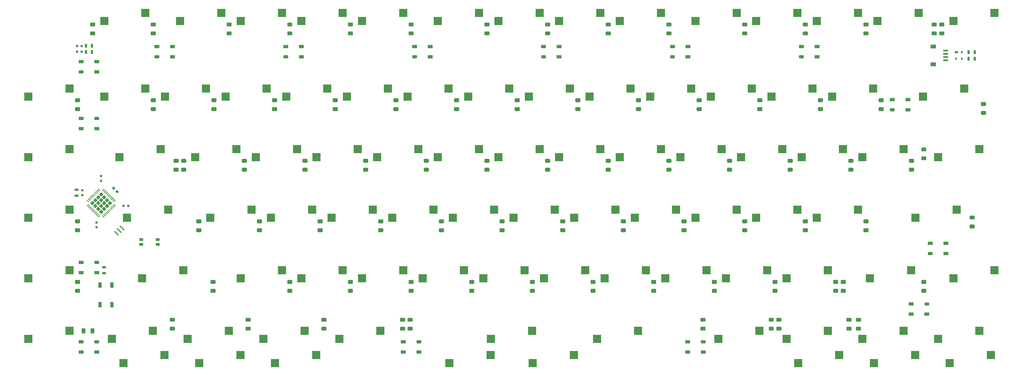
<source format=gbr>
%TF.GenerationSoftware,KiCad,Pcbnew,(5.1.10)-1*%
%TF.CreationDate,2022-05-03T20:22:29+07:00*%
%TF.ProjectId,75F,3735462e-6b69-4636-9164-5f7063625858,rev?*%
%TF.SameCoordinates,Original*%
%TF.FileFunction,Paste,Bot*%
%TF.FilePolarity,Positive*%
%FSLAX46Y46*%
G04 Gerber Fmt 4.6, Leading zero omitted, Abs format (unit mm)*
G04 Created by KiCad (PCBNEW (5.1.10)-1) date 2022-05-03 20:22:29*
%MOMM*%
%LPD*%
G01*
G04 APERTURE LIST*
%ADD10R,2.550000X2.500000*%
%ADD11R,1.100000X1.800000*%
%ADD12R,1.300000X0.700000*%
%ADD13R,1.190000X0.900000*%
%ADD14R,1.000000X0.700000*%
%ADD15R,0.600000X0.700000*%
%ADD16C,0.100000*%
%ADD17R,0.700000X1.300000*%
%ADD18R,0.800000X0.750000*%
%ADD19R,0.750000X0.800000*%
%ADD20R,1.500000X1.000000*%
%ADD21R,1.800000X1.200000*%
%ADD22R,1.550000X0.600000*%
G04 APERTURE END LIST*
D10*
%TO.C,MX14*%
X73877500Y-64135000D03*
X86804500Y-61595000D03*
%TD*%
D11*
%TO.C,SW1*%
X47689178Y-104354177D03*
X43989178Y-110554177D03*
X43989178Y-104354177D03*
X47689178Y-110554177D03*
%TD*%
D10*
%TO.C,MX10*%
X57208750Y-102235000D03*
X70135750Y-99695000D03*
%TD*%
%TO.C,MX9*%
X52446250Y-83185000D03*
X65373250Y-80645000D03*
%TD*%
D12*
%TO.C,R5*%
X45243864Y-100665095D03*
X45243864Y-98765095D03*
%TD*%
D13*
%TO.C,RGB14*%
X56936250Y-91555000D03*
X62126250Y-90055000D03*
X62126250Y-91555000D03*
X56936250Y-90055000D03*
%TD*%
%TO.C,D75*%
G36*
G01*
X278642266Y-117481544D02*
X279762266Y-117481544D01*
G75*
G02*
X280002266Y-117721544I0J-240000D01*
G01*
X280002266Y-118441544D01*
G75*
G02*
X279762266Y-118681544I-240000J0D01*
G01*
X278642266Y-118681544D01*
G75*
G02*
X278402266Y-118441544I0J240000D01*
G01*
X278402266Y-117721544D01*
G75*
G02*
X278642266Y-117481544I240000J0D01*
G01*
G37*
G36*
G01*
X278642266Y-114681544D02*
X279762266Y-114681544D01*
G75*
G02*
X280002266Y-114921544I0J-240000D01*
G01*
X280002266Y-115641544D01*
G75*
G02*
X279762266Y-115881544I-240000J0D01*
G01*
X278642266Y-115881544D01*
G75*
G02*
X278402266Y-115641544I0J240000D01*
G01*
X278402266Y-114921544D01*
G75*
G02*
X278642266Y-114681544I240000J0D01*
G01*
G37*
%TD*%
%TO.C,D11*%
G36*
G01*
X66115168Y-117481544D02*
X67235168Y-117481544D01*
G75*
G02*
X67475168Y-117721544I0J-240000D01*
G01*
X67475168Y-118441544D01*
G75*
G02*
X67235168Y-118681544I-240000J0D01*
G01*
X66115168Y-118681544D01*
G75*
G02*
X65875168Y-118441544I0J240000D01*
G01*
X65875168Y-117721544D01*
G75*
G02*
X66115168Y-117481544I240000J0D01*
G01*
G37*
G36*
G01*
X66115168Y-114681544D02*
X67235168Y-114681544D01*
G75*
G02*
X67475168Y-114921544I0J-240000D01*
G01*
X67475168Y-115641544D01*
G75*
G02*
X67235168Y-115881544I-240000J0D01*
G01*
X66115168Y-115881544D01*
G75*
G02*
X65875168Y-115641544I0J240000D01*
G01*
X65875168Y-114921544D01*
G75*
G02*
X66115168Y-114681544I240000J0D01*
G01*
G37*
%TD*%
%TO.C,D65*%
G36*
G01*
X254234392Y-117481544D02*
X255354392Y-117481544D01*
G75*
G02*
X255594392Y-117721544I0J-240000D01*
G01*
X255594392Y-118441544D01*
G75*
G02*
X255354392Y-118681544I-240000J0D01*
G01*
X254234392Y-118681544D01*
G75*
G02*
X253994392Y-118441544I0J240000D01*
G01*
X253994392Y-117721544D01*
G75*
G02*
X254234392Y-117481544I240000J0D01*
G01*
G37*
G36*
G01*
X254234392Y-114681544D02*
X255354392Y-114681544D01*
G75*
G02*
X255594392Y-114921544I0J-240000D01*
G01*
X255594392Y-115641544D01*
G75*
G02*
X255354392Y-115881544I-240000J0D01*
G01*
X254234392Y-115881544D01*
G75*
G02*
X253994392Y-115641544I0J240000D01*
G01*
X253994392Y-114921544D01*
G75*
G02*
X254234392Y-114681544I240000J0D01*
G01*
G37*
%TD*%
%TO.C,D4*%
G36*
G01*
X37469468Y-103975264D02*
X36349468Y-103975264D01*
G75*
G02*
X36109468Y-103735264I0J240000D01*
G01*
X36109468Y-103015264D01*
G75*
G02*
X36349468Y-102775264I240000J0D01*
G01*
X37469468Y-102775264D01*
G75*
G02*
X37709468Y-103015264I0J-240000D01*
G01*
X37709468Y-103735264D01*
G75*
G02*
X37469468Y-103975264I-240000J0D01*
G01*
G37*
G36*
G01*
X37469468Y-106775264D02*
X36349468Y-106775264D01*
G75*
G02*
X36109468Y-106535264I0J240000D01*
G01*
X36109468Y-105815264D01*
G75*
G02*
X36349468Y-105575264I240000J0D01*
G01*
X37469468Y-105575264D01*
G75*
G02*
X37709468Y-105815264I0J-240000D01*
G01*
X37709468Y-106535264D01*
G75*
G02*
X37469468Y-106775264I-240000J0D01*
G01*
G37*
%TD*%
%TO.C,D66*%
G36*
G01*
X138445819Y-117481544D02*
X139565819Y-117481544D01*
G75*
G02*
X139805819Y-117721544I0J-240000D01*
G01*
X139805819Y-118441544D01*
G75*
G02*
X139565819Y-118681544I-240000J0D01*
G01*
X138445819Y-118681544D01*
G75*
G02*
X138205819Y-118441544I0J240000D01*
G01*
X138205819Y-117721544D01*
G75*
G02*
X138445819Y-117481544I240000J0D01*
G01*
G37*
G36*
G01*
X138445819Y-114681544D02*
X139565819Y-114681544D01*
G75*
G02*
X139805819Y-114921544I0J-240000D01*
G01*
X139805819Y-115641544D01*
G75*
G02*
X139565819Y-115881544I-240000J0D01*
G01*
X138445819Y-115881544D01*
G75*
G02*
X138205819Y-115641544I0J240000D01*
G01*
X138205819Y-114921544D01*
G75*
G02*
X138445819Y-114681544I240000J0D01*
G01*
G37*
%TD*%
%TO.C,D5*%
G36*
G01*
X39383695Y-118205143D02*
X39383695Y-119325143D01*
G75*
G02*
X39143695Y-119565143I-240000J0D01*
G01*
X38423695Y-119565143D01*
G75*
G02*
X38183695Y-119325143I0J240000D01*
G01*
X38183695Y-118205143D01*
G75*
G02*
X38423695Y-117965143I240000J0D01*
G01*
X39143695Y-117965143D01*
G75*
G02*
X39383695Y-118205143I0J-240000D01*
G01*
G37*
G36*
G01*
X42183695Y-118205143D02*
X42183695Y-119325143D01*
G75*
G02*
X41943695Y-119565143I-240000J0D01*
G01*
X41223695Y-119565143D01*
G75*
G02*
X40983695Y-119325143I0J240000D01*
G01*
X40983695Y-118205143D01*
G75*
G02*
X41223695Y-117965143I240000J0D01*
G01*
X41943695Y-117965143D01*
G75*
G02*
X42183695Y-118205143I0J-240000D01*
G01*
G37*
%TD*%
%TO.C,D81*%
G36*
G01*
X281618836Y-117481544D02*
X282738836Y-117481544D01*
G75*
G02*
X282978836Y-117721544I0J-240000D01*
G01*
X282978836Y-118441544D01*
G75*
G02*
X282738836Y-118681544I-240000J0D01*
G01*
X281618836Y-118681544D01*
G75*
G02*
X281378836Y-118441544I0J240000D01*
G01*
X281378836Y-117721544D01*
G75*
G02*
X281618836Y-117481544I240000J0D01*
G01*
G37*
G36*
G01*
X281618836Y-114681544D02*
X282738836Y-114681544D01*
G75*
G02*
X282978836Y-114921544I0J-240000D01*
G01*
X282978836Y-115641544D01*
G75*
G02*
X282738836Y-115881544I-240000J0D01*
G01*
X281618836Y-115881544D01*
G75*
G02*
X281378836Y-115641544I0J240000D01*
G01*
X281378836Y-114921544D01*
G75*
G02*
X281618836Y-114681544I240000J0D01*
G01*
G37*
%TD*%
%TO.C,D83*%
G36*
G01*
X277976324Y-103975264D02*
X276856324Y-103975264D01*
G75*
G02*
X276616324Y-103735264I0J240000D01*
G01*
X276616324Y-103015264D01*
G75*
G02*
X276856324Y-102775264I240000J0D01*
G01*
X277976324Y-102775264D01*
G75*
G02*
X278216324Y-103015264I0J-240000D01*
G01*
X278216324Y-103735264D01*
G75*
G02*
X277976324Y-103975264I-240000J0D01*
G01*
G37*
G36*
G01*
X277976324Y-106775264D02*
X276856324Y-106775264D01*
G75*
G02*
X276616324Y-106535264I0J240000D01*
G01*
X276616324Y-105815264D01*
G75*
G02*
X276856324Y-105575264I240000J0D01*
G01*
X277976324Y-105575264D01*
G75*
G02*
X278216324Y-105815264I0J-240000D01*
G01*
X278216324Y-106535264D01*
G75*
G02*
X277976324Y-106775264I-240000J0D01*
G01*
G37*
%TD*%
%TO.C,D17*%
G36*
G01*
X89927728Y-117481544D02*
X91047728Y-117481544D01*
G75*
G02*
X91287728Y-117721544I0J-240000D01*
G01*
X91287728Y-118441544D01*
G75*
G02*
X91047728Y-118681544I-240000J0D01*
G01*
X89927728Y-118681544D01*
G75*
G02*
X89687728Y-118441544I0J240000D01*
G01*
X89687728Y-117721544D01*
G75*
G02*
X89927728Y-117481544I240000J0D01*
G01*
G37*
G36*
G01*
X89927728Y-114681544D02*
X91047728Y-114681544D01*
G75*
G02*
X91287728Y-114921544I0J-240000D01*
G01*
X91287728Y-115641544D01*
G75*
G02*
X91047728Y-115881544I-240000J0D01*
G01*
X89927728Y-115881544D01*
G75*
G02*
X89687728Y-115641544I0J240000D01*
G01*
X89687728Y-114921544D01*
G75*
G02*
X89927728Y-114681544I240000J0D01*
G01*
G37*
%TD*%
%TO.C,D23*%
G36*
G01*
X113740288Y-117481544D02*
X114860288Y-117481544D01*
G75*
G02*
X115100288Y-117721544I0J-240000D01*
G01*
X115100288Y-118441544D01*
G75*
G02*
X114860288Y-118681544I-240000J0D01*
G01*
X113740288Y-118681544D01*
G75*
G02*
X113500288Y-118441544I0J240000D01*
G01*
X113500288Y-117721544D01*
G75*
G02*
X113740288Y-117481544I240000J0D01*
G01*
G37*
G36*
G01*
X113740288Y-114681544D02*
X114860288Y-114681544D01*
G75*
G02*
X115100288Y-114921544I0J-240000D01*
G01*
X115100288Y-115641544D01*
G75*
G02*
X114860288Y-115881544I-240000J0D01*
G01*
X113740288Y-115881544D01*
G75*
G02*
X113500288Y-115641544I0J240000D01*
G01*
X113500288Y-114921544D01*
G75*
G02*
X113740288Y-114681544I240000J0D01*
G01*
G37*
%TD*%
%TO.C,D84*%
G36*
G01*
X303277169Y-103975264D02*
X302157169Y-103975264D01*
G75*
G02*
X301917169Y-103735264I0J240000D01*
G01*
X301917169Y-103015264D01*
G75*
G02*
X302157169Y-102775264I240000J0D01*
G01*
X303277169Y-102775264D01*
G75*
G02*
X303517169Y-103015264I0J-240000D01*
G01*
X303517169Y-103735264D01*
G75*
G02*
X303277169Y-103975264I-240000J0D01*
G01*
G37*
G36*
G01*
X303277169Y-106775264D02*
X302157169Y-106775264D01*
G75*
G02*
X301917169Y-106535264I0J240000D01*
G01*
X301917169Y-105815264D01*
G75*
G02*
X302157169Y-105575264I240000J0D01*
G01*
X303277169Y-105575264D01*
G75*
G02*
X303517169Y-105815264I0J-240000D01*
G01*
X303517169Y-106535264D01*
G75*
G02*
X303277169Y-106775264I-240000J0D01*
G01*
G37*
%TD*%
%TO.C,D80*%
G36*
G01*
X232803088Y-117481544D02*
X233923088Y-117481544D01*
G75*
G02*
X234163088Y-117721544I0J-240000D01*
G01*
X234163088Y-118441544D01*
G75*
G02*
X233923088Y-118681544I-240000J0D01*
G01*
X232803088Y-118681544D01*
G75*
G02*
X232563088Y-118441544I0J240000D01*
G01*
X232563088Y-117721544D01*
G75*
G02*
X232803088Y-117481544I240000J0D01*
G01*
G37*
G36*
G01*
X232803088Y-114681544D02*
X233923088Y-114681544D01*
G75*
G02*
X234163088Y-114921544I0J-240000D01*
G01*
X234163088Y-115641544D01*
G75*
G02*
X233923088Y-115881544I-240000J0D01*
G01*
X232803088Y-115881544D01*
G75*
G02*
X232563088Y-115641544I0J240000D01*
G01*
X232563088Y-114921544D01*
G75*
G02*
X232803088Y-114681544I240000J0D01*
G01*
G37*
%TD*%
%TO.C,D77*%
G36*
G01*
X322029560Y-48015748D02*
X320909560Y-48015748D01*
G75*
G02*
X320669560Y-47775748I0J240000D01*
G01*
X320669560Y-47055748D01*
G75*
G02*
X320909560Y-46815748I240000J0D01*
G01*
X322029560Y-46815748D01*
G75*
G02*
X322269560Y-47055748I0J-240000D01*
G01*
X322269560Y-47775748D01*
G75*
G02*
X322029560Y-48015748I-240000J0D01*
G01*
G37*
G36*
G01*
X322029560Y-50815748D02*
X320909560Y-50815748D01*
G75*
G02*
X320669560Y-50575748I0J240000D01*
G01*
X320669560Y-49855748D01*
G75*
G02*
X320909560Y-49615748I240000J0D01*
G01*
X322029560Y-49615748D01*
G75*
G02*
X322269560Y-49855748I0J-240000D01*
G01*
X322269560Y-50575748D01*
G75*
G02*
X322029560Y-50815748I-240000J0D01*
G01*
G37*
%TD*%
%TO.C,D71*%
G36*
G01*
X256615648Y-117481544D02*
X257735648Y-117481544D01*
G75*
G02*
X257975648Y-117721544I0J-240000D01*
G01*
X257975648Y-118441544D01*
G75*
G02*
X257735648Y-118681544I-240000J0D01*
G01*
X256615648Y-118681544D01*
G75*
G02*
X256375648Y-118441544I0J240000D01*
G01*
X256375648Y-117721544D01*
G75*
G02*
X256615648Y-117481544I240000J0D01*
G01*
G37*
G36*
G01*
X256615648Y-114681544D02*
X257735648Y-114681544D01*
G75*
G02*
X257975648Y-114921544I0J-240000D01*
G01*
X257975648Y-115641544D01*
G75*
G02*
X257735648Y-115881544I-240000J0D01*
G01*
X256615648Y-115881544D01*
G75*
G02*
X256375648Y-115641544I0J240000D01*
G01*
X256375648Y-114921544D01*
G75*
G02*
X256615648Y-114681544I240000J0D01*
G01*
G37*
%TD*%
%TO.C,D39*%
G36*
G01*
X140827075Y-117481544D02*
X141947075Y-117481544D01*
G75*
G02*
X142187075Y-117721544I0J-240000D01*
G01*
X142187075Y-118441544D01*
G75*
G02*
X141947075Y-118681544I-240000J0D01*
G01*
X140827075Y-118681544D01*
G75*
G02*
X140587075Y-118441544I0J240000D01*
G01*
X140587075Y-117721544D01*
G75*
G02*
X140827075Y-117481544I240000J0D01*
G01*
G37*
G36*
G01*
X140827075Y-114681544D02*
X141947075Y-114681544D01*
G75*
G02*
X142187075Y-114921544I0J-240000D01*
G01*
X142187075Y-115641544D01*
G75*
G02*
X141947075Y-115881544I-240000J0D01*
G01*
X140827075Y-115881544D01*
G75*
G02*
X140587075Y-115641544I0J240000D01*
G01*
X140587075Y-114921544D01*
G75*
G02*
X140827075Y-114681544I240000J0D01*
G01*
G37*
%TD*%
D14*
%TO.C,U1*%
X312980478Y-31146956D03*
D15*
X312780478Y-33146956D03*
X314680478Y-31146956D03*
X314680478Y-33146956D03*
%TD*%
D16*
%TO.C,Y1*%
G36*
X51385234Y-87178146D02*
G01*
X50041731Y-85834643D01*
X50324574Y-85551800D01*
X51668077Y-86895303D01*
X51385234Y-87178146D01*
G37*
G36*
X50536706Y-88026674D02*
G01*
X49193203Y-86683171D01*
X49476046Y-86400328D01*
X50819549Y-87743831D01*
X50536706Y-88026674D01*
G37*
G36*
X49688178Y-88875202D02*
G01*
X48344675Y-87531699D01*
X48627518Y-87248856D01*
X49971021Y-88592359D01*
X49688178Y-88875202D01*
G37*
%TD*%
D17*
%TO.C,R2*%
X39531420Y-29070435D03*
X41431420Y-29070435D03*
%TD*%
%TO.C,R1*%
X39531420Y-31056380D03*
X41431420Y-31056380D03*
%TD*%
D18*
%TO.C,C9*%
X38254845Y-29170435D03*
X36754845Y-29170435D03*
%TD*%
%TO.C,C8*%
X36754845Y-30956380D03*
X38254845Y-30956380D03*
%TD*%
%TO.C,D20*%
G36*
G01*
X108907330Y-65875280D02*
X107787330Y-65875280D01*
G75*
G02*
X107547330Y-65635280I0J240000D01*
G01*
X107547330Y-64915280D01*
G75*
G02*
X107787330Y-64675280I240000J0D01*
G01*
X108907330Y-64675280D01*
G75*
G02*
X109147330Y-64915280I0J-240000D01*
G01*
X109147330Y-65635280D01*
G75*
G02*
X108907330Y-65875280I-240000J0D01*
G01*
G37*
G36*
G01*
X108907330Y-68675280D02*
X107787330Y-68675280D01*
G75*
G02*
X107547330Y-68435280I0J240000D01*
G01*
X107547330Y-67715280D01*
G75*
G02*
X107787330Y-67475280I240000J0D01*
G01*
X108907330Y-67475280D01*
G75*
G02*
X109147330Y-67715280I0J-240000D01*
G01*
X109147330Y-68435280D01*
G75*
G02*
X108907330Y-68675280I-240000J0D01*
G01*
G37*
%TD*%
%TO.C,D15*%
G36*
G01*
X94619770Y-84925360D02*
X93499770Y-84925360D01*
G75*
G02*
X93259770Y-84685360I0J240000D01*
G01*
X93259770Y-83965360D01*
G75*
G02*
X93499770Y-83725360I240000J0D01*
G01*
X94619770Y-83725360D01*
G75*
G02*
X94859770Y-83965360I0J-240000D01*
G01*
X94859770Y-84685360D01*
G75*
G02*
X94619770Y-84925360I-240000J0D01*
G01*
G37*
G36*
G01*
X94619770Y-87725360D02*
X93499770Y-87725360D01*
G75*
G02*
X93259770Y-87485360I0J240000D01*
G01*
X93259770Y-86765360D01*
G75*
G02*
X93499770Y-86525360I240000J0D01*
G01*
X94619770Y-86525360D01*
G75*
G02*
X94859770Y-86765360I0J-240000D01*
G01*
X94859770Y-87485360D01*
G75*
G02*
X94619770Y-87725360I-240000J0D01*
G01*
G37*
%TD*%
%TO.C,D37*%
G36*
G01*
X170820090Y-84925360D02*
X169700090Y-84925360D01*
G75*
G02*
X169460090Y-84685360I0J240000D01*
G01*
X169460090Y-83965360D01*
G75*
G02*
X169700090Y-83725360I240000J0D01*
G01*
X170820090Y-83725360D01*
G75*
G02*
X171060090Y-83965360I0J-240000D01*
G01*
X171060090Y-84685360D01*
G75*
G02*
X170820090Y-84925360I-240000J0D01*
G01*
G37*
G36*
G01*
X170820090Y-87725360D02*
X169700090Y-87725360D01*
G75*
G02*
X169460090Y-87485360I0J240000D01*
G01*
X169460090Y-86765360D01*
G75*
G02*
X169700090Y-86525360I240000J0D01*
G01*
X170820090Y-86525360D01*
G75*
G02*
X171060090Y-86765360I0J-240000D01*
G01*
X171060090Y-87485360D01*
G75*
G02*
X170820090Y-87725360I-240000J0D01*
G01*
G37*
%TD*%
%TO.C,D52*%
G36*
G01*
X223207810Y-65875280D02*
X222087810Y-65875280D01*
G75*
G02*
X221847810Y-65635280I0J240000D01*
G01*
X221847810Y-64915280D01*
G75*
G02*
X222087810Y-64675280I240000J0D01*
G01*
X223207810Y-64675280D01*
G75*
G02*
X223447810Y-64915280I0J-240000D01*
G01*
X223447810Y-65635280D01*
G75*
G02*
X223207810Y-65875280I-240000J0D01*
G01*
G37*
G36*
G01*
X223207810Y-68675280D02*
X222087810Y-68675280D01*
G75*
G02*
X221847810Y-68435280I0J240000D01*
G01*
X221847810Y-67715280D01*
G75*
G02*
X222087810Y-67475280I240000J0D01*
G01*
X223207810Y-67475280D01*
G75*
G02*
X223447810Y-67715280I0J-240000D01*
G01*
X223447810Y-68435280D01*
G75*
G02*
X223207810Y-68675280I-240000J0D01*
G01*
G37*
%TD*%
%TO.C,D54*%
G36*
G01*
X237495370Y-103975440D02*
X236375370Y-103975440D01*
G75*
G02*
X236135370Y-103735440I0J240000D01*
G01*
X236135370Y-103015440D01*
G75*
G02*
X236375370Y-102775440I240000J0D01*
G01*
X237495370Y-102775440D01*
G75*
G02*
X237735370Y-103015440I0J-240000D01*
G01*
X237735370Y-103735440D01*
G75*
G02*
X237495370Y-103975440I-240000J0D01*
G01*
G37*
G36*
G01*
X237495370Y-106775440D02*
X236375370Y-106775440D01*
G75*
G02*
X236135370Y-106535440I0J240000D01*
G01*
X236135370Y-105815440D01*
G75*
G02*
X236375370Y-105575440I240000J0D01*
G01*
X237495370Y-105575440D01*
G75*
G02*
X237735370Y-105815440I0J-240000D01*
G01*
X237735370Y-106535440D01*
G75*
G02*
X237495370Y-106775440I-240000J0D01*
G01*
G37*
%TD*%
%TO.C,D31*%
G36*
G01*
X147007490Y-65875280D02*
X145887490Y-65875280D01*
G75*
G02*
X145647490Y-65635280I0J240000D01*
G01*
X145647490Y-64915280D01*
G75*
G02*
X145887490Y-64675280I240000J0D01*
G01*
X147007490Y-64675280D01*
G75*
G02*
X147247490Y-64915280I0J-240000D01*
G01*
X147247490Y-65635280D01*
G75*
G02*
X147007490Y-65875280I-240000J0D01*
G01*
G37*
G36*
G01*
X147007490Y-68675280D02*
X145887490Y-68675280D01*
G75*
G02*
X145647490Y-68435280I0J240000D01*
G01*
X145647490Y-67715280D01*
G75*
G02*
X145887490Y-67475280I240000J0D01*
G01*
X147007490Y-67475280D01*
G75*
G02*
X147247490Y-67715280I0J-240000D01*
G01*
X147247490Y-68435280D01*
G75*
G02*
X147007490Y-68675280I-240000J0D01*
G01*
G37*
%TD*%
%TO.C,D38*%
G36*
G01*
X180345130Y-103975440D02*
X179225130Y-103975440D01*
G75*
G02*
X178985130Y-103735440I0J240000D01*
G01*
X178985130Y-103015440D01*
G75*
G02*
X179225130Y-102775440I240000J0D01*
G01*
X180345130Y-102775440D01*
G75*
G02*
X180585130Y-103015440I0J-240000D01*
G01*
X180585130Y-103735440D01*
G75*
G02*
X180345130Y-103975440I-240000J0D01*
G01*
G37*
G36*
G01*
X180345130Y-106775440D02*
X179225130Y-106775440D01*
G75*
G02*
X178985130Y-106535440I0J240000D01*
G01*
X178985130Y-105815440D01*
G75*
G02*
X179225130Y-105575440I240000J0D01*
G01*
X180345130Y-105575440D01*
G75*
G02*
X180585130Y-105815440I0J-240000D01*
G01*
X180585130Y-106535440D01*
G75*
G02*
X180345130Y-106775440I-240000J0D01*
G01*
G37*
%TD*%
%TO.C,D49*%
G36*
G01*
X218445290Y-103975440D02*
X217325290Y-103975440D01*
G75*
G02*
X217085290Y-103735440I0J240000D01*
G01*
X217085290Y-103015440D01*
G75*
G02*
X217325290Y-102775440I240000J0D01*
G01*
X218445290Y-102775440D01*
G75*
G02*
X218685290Y-103015440I0J-240000D01*
G01*
X218685290Y-103735440D01*
G75*
G02*
X218445290Y-103975440I-240000J0D01*
G01*
G37*
G36*
G01*
X218445290Y-106775440D02*
X217325290Y-106775440D01*
G75*
G02*
X217085290Y-106535440I0J240000D01*
G01*
X217085290Y-105815440D01*
G75*
G02*
X217325290Y-105575440I240000J0D01*
G01*
X218445290Y-105575440D01*
G75*
G02*
X218685290Y-105815440I0J-240000D01*
G01*
X218685290Y-106535440D01*
G75*
G02*
X218445290Y-106775440I-240000J0D01*
G01*
G37*
%TD*%
%TO.C,C5*%
X51339975Y-79474419D03*
X52839975Y-79474419D03*
%TD*%
%TO.C,D9*%
G36*
G01*
X75569690Y-84925360D02*
X74449690Y-84925360D01*
G75*
G02*
X74209690Y-84685360I0J240000D01*
G01*
X74209690Y-83965360D01*
G75*
G02*
X74449690Y-83725360I240000J0D01*
G01*
X75569690Y-83725360D01*
G75*
G02*
X75809690Y-83965360I0J-240000D01*
G01*
X75809690Y-84685360D01*
G75*
G02*
X75569690Y-84925360I-240000J0D01*
G01*
G37*
G36*
G01*
X75569690Y-87725360D02*
X74449690Y-87725360D01*
G75*
G02*
X74209690Y-87485360I0J240000D01*
G01*
X74209690Y-86765360D01*
G75*
G02*
X74449690Y-86525360I240000J0D01*
G01*
X75569690Y-86525360D01*
G75*
G02*
X75809690Y-86765360I0J-240000D01*
G01*
X75809690Y-87485360D01*
G75*
G02*
X75569690Y-87725360I-240000J0D01*
G01*
G37*
%TD*%
%TO.C,D2*%
G36*
G01*
X70806875Y-65875000D02*
X69686875Y-65875000D01*
G75*
G02*
X69446875Y-65635000I0J240000D01*
G01*
X69446875Y-64915000D01*
G75*
G02*
X69686875Y-64675000I240000J0D01*
G01*
X70806875Y-64675000D01*
G75*
G02*
X71046875Y-64915000I0J-240000D01*
G01*
X71046875Y-65635000D01*
G75*
G02*
X70806875Y-65875000I-240000J0D01*
G01*
G37*
G36*
G01*
X70806875Y-68675000D02*
X69686875Y-68675000D01*
G75*
G02*
X69446875Y-68435000I0J240000D01*
G01*
X69446875Y-67715000D01*
G75*
G02*
X69686875Y-67475000I240000J0D01*
G01*
X70806875Y-67475000D01*
G75*
G02*
X71046875Y-67715000I0J-240000D01*
G01*
X71046875Y-68435000D01*
G75*
G02*
X70806875Y-68675000I-240000J0D01*
G01*
G37*
%TD*%
D16*
%TO.C,C6*%
G36*
X48833426Y-73901598D02*
G01*
X48303096Y-74431928D01*
X47737410Y-73866242D01*
X48267740Y-73335912D01*
X48833426Y-73901598D01*
G37*
G36*
X49894086Y-74962258D02*
G01*
X49363756Y-75492588D01*
X48798070Y-74926902D01*
X49328400Y-74396572D01*
X49894086Y-74962258D01*
G37*
%TD*%
%TO.C,D3*%
G36*
G01*
X37469468Y-84925216D02*
X36349468Y-84925216D01*
G75*
G02*
X36109468Y-84685216I0J240000D01*
G01*
X36109468Y-83965216D01*
G75*
G02*
X36349468Y-83725216I240000J0D01*
G01*
X37469468Y-83725216D01*
G75*
G02*
X37709468Y-83965216I0J-240000D01*
G01*
X37709468Y-84685216D01*
G75*
G02*
X37469468Y-84925216I-240000J0D01*
G01*
G37*
G36*
G01*
X37469468Y-87725216D02*
X36349468Y-87725216D01*
G75*
G02*
X36109468Y-87485216I0J240000D01*
G01*
X36109468Y-86765216D01*
G75*
G02*
X36349468Y-86525216I240000J0D01*
G01*
X37469468Y-86525216D01*
G75*
G02*
X37709468Y-86765216I0J-240000D01*
G01*
X37709468Y-87485216D01*
G75*
G02*
X37469468Y-87725216I-240000J0D01*
G01*
G37*
%TD*%
%TO.C,D14*%
G36*
G01*
X89857250Y-65875280D02*
X88737250Y-65875280D01*
G75*
G02*
X88497250Y-65635280I0J240000D01*
G01*
X88497250Y-64915280D01*
G75*
G02*
X88737250Y-64675280I240000J0D01*
G01*
X89857250Y-64675280D01*
G75*
G02*
X90097250Y-64915280I0J-240000D01*
G01*
X90097250Y-65635280D01*
G75*
G02*
X89857250Y-65875280I-240000J0D01*
G01*
G37*
G36*
G01*
X89857250Y-68675280D02*
X88737250Y-68675280D01*
G75*
G02*
X88497250Y-68435280I0J240000D01*
G01*
X88497250Y-67715280D01*
G75*
G02*
X88737250Y-67475280I240000J0D01*
G01*
X89857250Y-67475280D01*
G75*
G02*
X90097250Y-67715280I0J-240000D01*
G01*
X90097250Y-68435280D01*
G75*
G02*
X89857250Y-68675280I-240000J0D01*
G01*
G37*
%TD*%
%TO.C,D27*%
G36*
G01*
X132719930Y-84925360D02*
X131599930Y-84925360D01*
G75*
G02*
X131359930Y-84685360I0J240000D01*
G01*
X131359930Y-83965360D01*
G75*
G02*
X131599930Y-83725360I240000J0D01*
G01*
X132719930Y-83725360D01*
G75*
G02*
X132959930Y-83965360I0J-240000D01*
G01*
X132959930Y-84685360D01*
G75*
G02*
X132719930Y-84925360I-240000J0D01*
G01*
G37*
G36*
G01*
X132719930Y-87725360D02*
X131599930Y-87725360D01*
G75*
G02*
X131359930Y-87485360I0J240000D01*
G01*
X131359930Y-86765360D01*
G75*
G02*
X131599930Y-86525360I240000J0D01*
G01*
X132719930Y-86525360D01*
G75*
G02*
X132959930Y-86765360I0J-240000D01*
G01*
X132959930Y-87485360D01*
G75*
G02*
X132719930Y-87725360I-240000J0D01*
G01*
G37*
%TD*%
D19*
%TO.C,C1*%
X44350893Y-71592366D03*
X44350893Y-70092366D03*
%TD*%
%TO.C,C7*%
X38397753Y-76057221D03*
X38397753Y-74557221D03*
%TD*%
%TO.C,D10*%
G36*
G01*
X80034419Y-103975264D02*
X78914419Y-103975264D01*
G75*
G02*
X78674419Y-103735264I0J240000D01*
G01*
X78674419Y-103015264D01*
G75*
G02*
X78914419Y-102775264I240000J0D01*
G01*
X80034419Y-102775264D01*
G75*
G02*
X80274419Y-103015264I0J-240000D01*
G01*
X80274419Y-103735264D01*
G75*
G02*
X80034419Y-103975264I-240000J0D01*
G01*
G37*
G36*
G01*
X80034419Y-106775264D02*
X78914419Y-106775264D01*
G75*
G02*
X78674419Y-106535264I0J240000D01*
G01*
X78674419Y-105815264D01*
G75*
G02*
X78914419Y-105575264I240000J0D01*
G01*
X80034419Y-105575264D01*
G75*
G02*
X80274419Y-105815264I0J-240000D01*
G01*
X80274419Y-106535264D01*
G75*
G02*
X80034419Y-106775264I-240000J0D01*
G01*
G37*
%TD*%
%TO.C,D26*%
G36*
G01*
X127957410Y-65875280D02*
X126837410Y-65875280D01*
G75*
G02*
X126597410Y-65635280I0J240000D01*
G01*
X126597410Y-64915280D01*
G75*
G02*
X126837410Y-64675280I240000J0D01*
G01*
X127957410Y-64675280D01*
G75*
G02*
X128197410Y-64915280I0J-240000D01*
G01*
X128197410Y-65635280D01*
G75*
G02*
X127957410Y-65875280I-240000J0D01*
G01*
G37*
G36*
G01*
X127957410Y-68675280D02*
X126837410Y-68675280D01*
G75*
G02*
X126597410Y-68435280I0J240000D01*
G01*
X126597410Y-67715280D01*
G75*
G02*
X126837410Y-67475280I240000J0D01*
G01*
X127957410Y-67475280D01*
G75*
G02*
X128197410Y-67715280I0J-240000D01*
G01*
X128197410Y-68435280D01*
G75*
G02*
X127957410Y-68675280I-240000J0D01*
G01*
G37*
%TD*%
%TO.C,D32*%
G36*
G01*
X151770010Y-84925360D02*
X150650010Y-84925360D01*
G75*
G02*
X150410010Y-84685360I0J240000D01*
G01*
X150410010Y-83965360D01*
G75*
G02*
X150650010Y-83725360I240000J0D01*
G01*
X151770010Y-83725360D01*
G75*
G02*
X152010010Y-83965360I0J-240000D01*
G01*
X152010010Y-84685360D01*
G75*
G02*
X151770010Y-84925360I-240000J0D01*
G01*
G37*
G36*
G01*
X151770010Y-87725360D02*
X150650010Y-87725360D01*
G75*
G02*
X150410010Y-87485360I0J240000D01*
G01*
X150410010Y-86765360D01*
G75*
G02*
X150650010Y-86525360I240000J0D01*
G01*
X151770010Y-86525360D01*
G75*
G02*
X152010010Y-86765360I0J-240000D01*
G01*
X152010010Y-87485360D01*
G75*
G02*
X151770010Y-87725360I-240000J0D01*
G01*
G37*
%TD*%
%TO.C,D33*%
G36*
G01*
X161295050Y-103975440D02*
X160175050Y-103975440D01*
G75*
G02*
X159935050Y-103735440I0J240000D01*
G01*
X159935050Y-103015440D01*
G75*
G02*
X160175050Y-102775440I240000J0D01*
G01*
X161295050Y-102775440D01*
G75*
G02*
X161535050Y-103015440I0J-240000D01*
G01*
X161535050Y-103735440D01*
G75*
G02*
X161295050Y-103975440I-240000J0D01*
G01*
G37*
G36*
G01*
X161295050Y-106775440D02*
X160175050Y-106775440D01*
G75*
G02*
X159935050Y-106535440I0J240000D01*
G01*
X159935050Y-105815440D01*
G75*
G02*
X160175050Y-105575440I240000J0D01*
G01*
X161295050Y-105575440D01*
G75*
G02*
X161535050Y-105815440I0J-240000D01*
G01*
X161535050Y-106535440D01*
G75*
G02*
X161295050Y-106775440I-240000J0D01*
G01*
G37*
%TD*%
%TO.C,D42*%
G36*
G01*
X185107650Y-65875280D02*
X183987650Y-65875280D01*
G75*
G02*
X183747650Y-65635280I0J240000D01*
G01*
X183747650Y-64915280D01*
G75*
G02*
X183987650Y-64675280I240000J0D01*
G01*
X185107650Y-64675280D01*
G75*
G02*
X185347650Y-64915280I0J-240000D01*
G01*
X185347650Y-65635280D01*
G75*
G02*
X185107650Y-65875280I-240000J0D01*
G01*
G37*
G36*
G01*
X185107650Y-68675280D02*
X183987650Y-68675280D01*
G75*
G02*
X183747650Y-68435280I0J240000D01*
G01*
X183747650Y-67715280D01*
G75*
G02*
X183987650Y-67475280I240000J0D01*
G01*
X185107650Y-67475280D01*
G75*
G02*
X185347650Y-67715280I0J-240000D01*
G01*
X185347650Y-68435280D01*
G75*
G02*
X185107650Y-68675280I-240000J0D01*
G01*
G37*
%TD*%
%TO.C,D43*%
G36*
G01*
X189870170Y-84925360D02*
X188750170Y-84925360D01*
G75*
G02*
X188510170Y-84685360I0J240000D01*
G01*
X188510170Y-83965360D01*
G75*
G02*
X188750170Y-83725360I240000J0D01*
G01*
X189870170Y-83725360D01*
G75*
G02*
X190110170Y-83965360I0J-240000D01*
G01*
X190110170Y-84685360D01*
G75*
G02*
X189870170Y-84925360I-240000J0D01*
G01*
G37*
G36*
G01*
X189870170Y-87725360D02*
X188750170Y-87725360D01*
G75*
G02*
X188510170Y-87485360I0J240000D01*
G01*
X188510170Y-86765360D01*
G75*
G02*
X188750170Y-86525360I240000J0D01*
G01*
X189870170Y-86525360D01*
G75*
G02*
X190110170Y-86765360I0J-240000D01*
G01*
X190110170Y-87485360D01*
G75*
G02*
X189870170Y-87725360I-240000J0D01*
G01*
G37*
%TD*%
%TO.C,D36*%
G36*
G01*
X166057570Y-65875280D02*
X164937570Y-65875280D01*
G75*
G02*
X164697570Y-65635280I0J240000D01*
G01*
X164697570Y-64915280D01*
G75*
G02*
X164937570Y-64675280I240000J0D01*
G01*
X166057570Y-64675280D01*
G75*
G02*
X166297570Y-64915280I0J-240000D01*
G01*
X166297570Y-65635280D01*
G75*
G02*
X166057570Y-65875280I-240000J0D01*
G01*
G37*
G36*
G01*
X166057570Y-68675280D02*
X164937570Y-68675280D01*
G75*
G02*
X164697570Y-68435280I0J240000D01*
G01*
X164697570Y-67715280D01*
G75*
G02*
X164937570Y-67475280I240000J0D01*
G01*
X166057570Y-67475280D01*
G75*
G02*
X166297570Y-67715280I0J-240000D01*
G01*
X166297570Y-68435280D01*
G75*
G02*
X166057570Y-68675280I-240000J0D01*
G01*
G37*
%TD*%
%TO.C,C4*%
X42862608Y-84677559D03*
X42862608Y-86177559D03*
%TD*%
%TO.C,D1*%
G36*
G01*
X37469530Y-46825200D02*
X36349530Y-46825200D01*
G75*
G02*
X36109530Y-46585200I0J240000D01*
G01*
X36109530Y-45865200D01*
G75*
G02*
X36349530Y-45625200I240000J0D01*
G01*
X37469530Y-45625200D01*
G75*
G02*
X37709530Y-45865200I0J-240000D01*
G01*
X37709530Y-46585200D01*
G75*
G02*
X37469530Y-46825200I-240000J0D01*
G01*
G37*
G36*
G01*
X37469530Y-49625200D02*
X36349530Y-49625200D01*
G75*
G02*
X36109530Y-49385200I0J240000D01*
G01*
X36109530Y-48665200D01*
G75*
G02*
X36349530Y-48425200I240000J0D01*
G01*
X37469530Y-48425200D01*
G75*
G02*
X37709530Y-48665200I0J-240000D01*
G01*
X37709530Y-49385200D01*
G75*
G02*
X37469530Y-49625200I-240000J0D01*
G01*
G37*
%TD*%
%TO.C,D8*%
G36*
G01*
X68425625Y-65875000D02*
X67305625Y-65875000D01*
G75*
G02*
X67065625Y-65635000I0J240000D01*
G01*
X67065625Y-64915000D01*
G75*
G02*
X67305625Y-64675000I240000J0D01*
G01*
X68425625Y-64675000D01*
G75*
G02*
X68665625Y-64915000I0J-240000D01*
G01*
X68665625Y-65635000D01*
G75*
G02*
X68425625Y-65875000I-240000J0D01*
G01*
G37*
G36*
G01*
X68425625Y-68675000D02*
X67305625Y-68675000D01*
G75*
G02*
X67065625Y-68435000I0J240000D01*
G01*
X67065625Y-67715000D01*
G75*
G02*
X67305625Y-67475000I240000J0D01*
G01*
X68425625Y-67475000D01*
G75*
G02*
X68665625Y-67715000I0J-240000D01*
G01*
X68665625Y-68435000D01*
G75*
G02*
X68425625Y-68675000I-240000J0D01*
G01*
G37*
%TD*%
%TO.C,D16*%
G36*
G01*
X104144810Y-103975440D02*
X103024810Y-103975440D01*
G75*
G02*
X102784810Y-103735440I0J240000D01*
G01*
X102784810Y-103015440D01*
G75*
G02*
X103024810Y-102775440I240000J0D01*
G01*
X104144810Y-102775440D01*
G75*
G02*
X104384810Y-103015440I0J-240000D01*
G01*
X104384810Y-103735440D01*
G75*
G02*
X104144810Y-103975440I-240000J0D01*
G01*
G37*
G36*
G01*
X104144810Y-106775440D02*
X103024810Y-106775440D01*
G75*
G02*
X102784810Y-106535440I0J240000D01*
G01*
X102784810Y-105815440D01*
G75*
G02*
X103024810Y-105575440I240000J0D01*
G01*
X104144810Y-105575440D01*
G75*
G02*
X104384810Y-105815440I0J-240000D01*
G01*
X104384810Y-106535440D01*
G75*
G02*
X104144810Y-106775440I-240000J0D01*
G01*
G37*
%TD*%
%TO.C,D21*%
G36*
G01*
X113669850Y-84925360D02*
X112549850Y-84925360D01*
G75*
G02*
X112309850Y-84685360I0J240000D01*
G01*
X112309850Y-83965360D01*
G75*
G02*
X112549850Y-83725360I240000J0D01*
G01*
X113669850Y-83725360D01*
G75*
G02*
X113909850Y-83965360I0J-240000D01*
G01*
X113909850Y-84685360D01*
G75*
G02*
X113669850Y-84925360I-240000J0D01*
G01*
G37*
G36*
G01*
X113669850Y-87725360D02*
X112549850Y-87725360D01*
G75*
G02*
X112309850Y-87485360I0J240000D01*
G01*
X112309850Y-86765360D01*
G75*
G02*
X112549850Y-86525360I240000J0D01*
G01*
X113669850Y-86525360D01*
G75*
G02*
X113909850Y-86765360I0J-240000D01*
G01*
X113909850Y-87485360D01*
G75*
G02*
X113669850Y-87725360I-240000J0D01*
G01*
G37*
%TD*%
%TO.C,D22*%
G36*
G01*
X123194890Y-103975440D02*
X122074890Y-103975440D01*
G75*
G02*
X121834890Y-103735440I0J240000D01*
G01*
X121834890Y-103015440D01*
G75*
G02*
X122074890Y-102775440I240000J0D01*
G01*
X123194890Y-102775440D01*
G75*
G02*
X123434890Y-103015440I0J-240000D01*
G01*
X123434890Y-103735440D01*
G75*
G02*
X123194890Y-103975440I-240000J0D01*
G01*
G37*
G36*
G01*
X123194890Y-106775440D02*
X122074890Y-106775440D01*
G75*
G02*
X121834890Y-106535440I0J240000D01*
G01*
X121834890Y-105815440D01*
G75*
G02*
X122074890Y-105575440I240000J0D01*
G01*
X123194890Y-105575440D01*
G75*
G02*
X123434890Y-105815440I0J-240000D01*
G01*
X123434890Y-106535440D01*
G75*
G02*
X123194890Y-106775440I-240000J0D01*
G01*
G37*
%TD*%
%TO.C,D28*%
G36*
G01*
X142244970Y-103975440D02*
X141124970Y-103975440D01*
G75*
G02*
X140884970Y-103735440I0J240000D01*
G01*
X140884970Y-103015440D01*
G75*
G02*
X141124970Y-102775440I240000J0D01*
G01*
X142244970Y-102775440D01*
G75*
G02*
X142484970Y-103015440I0J-240000D01*
G01*
X142484970Y-103735440D01*
G75*
G02*
X142244970Y-103975440I-240000J0D01*
G01*
G37*
G36*
G01*
X142244970Y-106775440D02*
X141124970Y-106775440D01*
G75*
G02*
X140884970Y-106535440I0J240000D01*
G01*
X140884970Y-105815440D01*
G75*
G02*
X141124970Y-105575440I240000J0D01*
G01*
X142244970Y-105575440D01*
G75*
G02*
X142484970Y-105815440I0J-240000D01*
G01*
X142484970Y-106535440D01*
G75*
G02*
X142244970Y-106775440I-240000J0D01*
G01*
G37*
%TD*%
%TO.C,D44*%
G36*
G01*
X199395210Y-103975440D02*
X198275210Y-103975440D01*
G75*
G02*
X198035210Y-103735440I0J240000D01*
G01*
X198035210Y-103015440D01*
G75*
G02*
X198275210Y-102775440I240000J0D01*
G01*
X199395210Y-102775440D01*
G75*
G02*
X199635210Y-103015440I0J-240000D01*
G01*
X199635210Y-103735440D01*
G75*
G02*
X199395210Y-103975440I-240000J0D01*
G01*
G37*
G36*
G01*
X199395210Y-106775440D02*
X198275210Y-106775440D01*
G75*
G02*
X198035210Y-106535440I0J240000D01*
G01*
X198035210Y-105815440D01*
G75*
G02*
X198275210Y-105575440I240000J0D01*
G01*
X199395210Y-105575440D01*
G75*
G02*
X199635210Y-105815440I0J-240000D01*
G01*
X199635210Y-106535440D01*
G75*
G02*
X199395210Y-106775440I-240000J0D01*
G01*
G37*
%TD*%
%TO.C,D47*%
G36*
G01*
X204157730Y-65875280D02*
X203037730Y-65875280D01*
G75*
G02*
X202797730Y-65635280I0J240000D01*
G01*
X202797730Y-64915280D01*
G75*
G02*
X203037730Y-64675280I240000J0D01*
G01*
X204157730Y-64675280D01*
G75*
G02*
X204397730Y-64915280I0J-240000D01*
G01*
X204397730Y-65635280D01*
G75*
G02*
X204157730Y-65875280I-240000J0D01*
G01*
G37*
G36*
G01*
X204157730Y-68675280D02*
X203037730Y-68675280D01*
G75*
G02*
X202797730Y-68435280I0J240000D01*
G01*
X202797730Y-67715280D01*
G75*
G02*
X203037730Y-67475280I240000J0D01*
G01*
X204157730Y-67475280D01*
G75*
G02*
X204397730Y-67715280I0J-240000D01*
G01*
X204397730Y-68435280D01*
G75*
G02*
X204157730Y-68675280I-240000J0D01*
G01*
G37*
%TD*%
%TO.C,D48*%
G36*
G01*
X208920250Y-84925360D02*
X207800250Y-84925360D01*
G75*
G02*
X207560250Y-84685360I0J240000D01*
G01*
X207560250Y-83965360D01*
G75*
G02*
X207800250Y-83725360I240000J0D01*
G01*
X208920250Y-83725360D01*
G75*
G02*
X209160250Y-83965360I0J-240000D01*
G01*
X209160250Y-84685360D01*
G75*
G02*
X208920250Y-84925360I-240000J0D01*
G01*
G37*
G36*
G01*
X208920250Y-87725360D02*
X207800250Y-87725360D01*
G75*
G02*
X207560250Y-87485360I0J240000D01*
G01*
X207560250Y-86765360D01*
G75*
G02*
X207800250Y-86525360I240000J0D01*
G01*
X208920250Y-86525360D01*
G75*
G02*
X209160250Y-86765360I0J-240000D01*
G01*
X209160250Y-87485360D01*
G75*
G02*
X208920250Y-87725360I-240000J0D01*
G01*
G37*
%TD*%
%TO.C,D53*%
G36*
G01*
X227970330Y-84925360D02*
X226850330Y-84925360D01*
G75*
G02*
X226610330Y-84685360I0J240000D01*
G01*
X226610330Y-83965360D01*
G75*
G02*
X226850330Y-83725360I240000J0D01*
G01*
X227970330Y-83725360D01*
G75*
G02*
X228210330Y-83965360I0J-240000D01*
G01*
X228210330Y-84685360D01*
G75*
G02*
X227970330Y-84925360I-240000J0D01*
G01*
G37*
G36*
G01*
X227970330Y-87725360D02*
X226850330Y-87725360D01*
G75*
G02*
X226610330Y-87485360I0J240000D01*
G01*
X226610330Y-86765360D01*
G75*
G02*
X226850330Y-86525360I240000J0D01*
G01*
X227970330Y-86525360D01*
G75*
G02*
X228210330Y-86765360I0J-240000D01*
G01*
X228210330Y-87485360D01*
G75*
G02*
X227970330Y-87725360I-240000J0D01*
G01*
G37*
%TD*%
%TO.C,D58*%
G36*
G01*
X247020410Y-84925360D02*
X245900410Y-84925360D01*
G75*
G02*
X245660410Y-84685360I0J240000D01*
G01*
X245660410Y-83965360D01*
G75*
G02*
X245900410Y-83725360I240000J0D01*
G01*
X247020410Y-83725360D01*
G75*
G02*
X247260410Y-83965360I0J-240000D01*
G01*
X247260410Y-84685360D01*
G75*
G02*
X247020410Y-84925360I-240000J0D01*
G01*
G37*
G36*
G01*
X247020410Y-87725360D02*
X245900410Y-87725360D01*
G75*
G02*
X245660410Y-87485360I0J240000D01*
G01*
X245660410Y-86765360D01*
G75*
G02*
X245900410Y-86525360I240000J0D01*
G01*
X247020410Y-86525360D01*
G75*
G02*
X247260410Y-86765360I0J-240000D01*
G01*
X247260410Y-87485360D01*
G75*
G02*
X247020410Y-87725360I-240000J0D01*
G01*
G37*
%TD*%
%TO.C,D64*%
G36*
G01*
X275595530Y-103975440D02*
X274475530Y-103975440D01*
G75*
G02*
X274235530Y-103735440I0J240000D01*
G01*
X274235530Y-103015440D01*
G75*
G02*
X274475530Y-102775440I240000J0D01*
G01*
X275595530Y-102775440D01*
G75*
G02*
X275835530Y-103015440I0J-240000D01*
G01*
X275835530Y-103735440D01*
G75*
G02*
X275595530Y-103975440I-240000J0D01*
G01*
G37*
G36*
G01*
X275595530Y-106775440D02*
X274475530Y-106775440D01*
G75*
G02*
X274235530Y-106535440I0J240000D01*
G01*
X274235530Y-105815440D01*
G75*
G02*
X274475530Y-105575440I240000J0D01*
G01*
X275595530Y-105575440D01*
G75*
G02*
X275835530Y-105815440I0J-240000D01*
G01*
X275835530Y-106535440D01*
G75*
G02*
X275595530Y-106775440I-240000J0D01*
G01*
G37*
%TD*%
%TO.C,D69*%
G36*
G01*
X280358050Y-65875280D02*
X279238050Y-65875280D01*
G75*
G02*
X278998050Y-65635280I0J240000D01*
G01*
X278998050Y-64915280D01*
G75*
G02*
X279238050Y-64675280I240000J0D01*
G01*
X280358050Y-64675280D01*
G75*
G02*
X280598050Y-64915280I0J-240000D01*
G01*
X280598050Y-65635280D01*
G75*
G02*
X280358050Y-65875280I-240000J0D01*
G01*
G37*
G36*
G01*
X280358050Y-68675280D02*
X279238050Y-68675280D01*
G75*
G02*
X278998050Y-68435280I0J240000D01*
G01*
X278998050Y-67715280D01*
G75*
G02*
X279238050Y-67475280I240000J0D01*
G01*
X280358050Y-67475280D01*
G75*
G02*
X280598050Y-67715280I0J-240000D01*
G01*
X280598050Y-68435280D01*
G75*
G02*
X280358050Y-68675280I-240000J0D01*
G01*
G37*
%TD*%
%TO.C,D59*%
G36*
G01*
X256545450Y-103975440D02*
X255425450Y-103975440D01*
G75*
G02*
X255185450Y-103735440I0J240000D01*
G01*
X255185450Y-103015440D01*
G75*
G02*
X255425450Y-102775440I240000J0D01*
G01*
X256545450Y-102775440D01*
G75*
G02*
X256785450Y-103015440I0J-240000D01*
G01*
X256785450Y-103735440D01*
G75*
G02*
X256545450Y-103975440I-240000J0D01*
G01*
G37*
G36*
G01*
X256545450Y-106775440D02*
X255425450Y-106775440D01*
G75*
G02*
X255185450Y-106535440I0J240000D01*
G01*
X255185450Y-105815440D01*
G75*
G02*
X255425450Y-105575440I240000J0D01*
G01*
X256545450Y-105575440D01*
G75*
G02*
X256785450Y-105815440I0J-240000D01*
G01*
X256785450Y-106535440D01*
G75*
G02*
X256545450Y-106775440I-240000J0D01*
G01*
G37*
%TD*%
%TO.C,D63*%
G36*
G01*
X266070490Y-84925360D02*
X264950490Y-84925360D01*
G75*
G02*
X264710490Y-84685360I0J240000D01*
G01*
X264710490Y-83965360D01*
G75*
G02*
X264950490Y-83725360I240000J0D01*
G01*
X266070490Y-83725360D01*
G75*
G02*
X266310490Y-83965360I0J-240000D01*
G01*
X266310490Y-84685360D01*
G75*
G02*
X266070490Y-84925360I-240000J0D01*
G01*
G37*
G36*
G01*
X266070490Y-87725360D02*
X264950490Y-87725360D01*
G75*
G02*
X264710490Y-87485360I0J240000D01*
G01*
X264710490Y-86765360D01*
G75*
G02*
X264950490Y-86525360I240000J0D01*
G01*
X266070490Y-86525360D01*
G75*
G02*
X266310490Y-86765360I0J-240000D01*
G01*
X266310490Y-87485360D01*
G75*
G02*
X266070490Y-87725360I-240000J0D01*
G01*
G37*
%TD*%
%TO.C,D70*%
G36*
G01*
X285120570Y-84925360D02*
X284000570Y-84925360D01*
G75*
G02*
X283760570Y-84685360I0J240000D01*
G01*
X283760570Y-83965360D01*
G75*
G02*
X284000570Y-83725360I240000J0D01*
G01*
X285120570Y-83725360D01*
G75*
G02*
X285360570Y-83965360I0J-240000D01*
G01*
X285360570Y-84685360D01*
G75*
G02*
X285120570Y-84925360I-240000J0D01*
G01*
G37*
G36*
G01*
X285120570Y-87725360D02*
X284000570Y-87725360D01*
G75*
G02*
X283760570Y-87485360I0J240000D01*
G01*
X283760570Y-86765360D01*
G75*
G02*
X284000570Y-86525360I240000J0D01*
G01*
X285120570Y-86525360D01*
G75*
G02*
X285360570Y-86765360I0J-240000D01*
G01*
X285360570Y-87485360D01*
G75*
G02*
X285120570Y-87725360I-240000J0D01*
G01*
G37*
%TD*%
%TO.C,D74*%
G36*
G01*
X299408130Y-65875280D02*
X298288130Y-65875280D01*
G75*
G02*
X298048130Y-65635280I0J240000D01*
G01*
X298048130Y-64915280D01*
G75*
G02*
X298288130Y-64675280I240000J0D01*
G01*
X299408130Y-64675280D01*
G75*
G02*
X299648130Y-64915280I0J-240000D01*
G01*
X299648130Y-65635280D01*
G75*
G02*
X299408130Y-65875280I-240000J0D01*
G01*
G37*
G36*
G01*
X299408130Y-68675280D02*
X298288130Y-68675280D01*
G75*
G02*
X298048130Y-68435280I0J240000D01*
G01*
X298048130Y-67715280D01*
G75*
G02*
X298288130Y-67475280I240000J0D01*
G01*
X299408130Y-67475280D01*
G75*
G02*
X299648130Y-67715280I0J-240000D01*
G01*
X299648130Y-68435280D01*
G75*
G02*
X299408130Y-68675280I-240000J0D01*
G01*
G37*
%TD*%
%TO.C,D78*%
G36*
G01*
X303277169Y-62303284D02*
X302157169Y-62303284D01*
G75*
G02*
X301917169Y-62063284I0J240000D01*
G01*
X301917169Y-61343284D01*
G75*
G02*
X302157169Y-61103284I240000J0D01*
G01*
X303277169Y-61103284D01*
G75*
G02*
X303517169Y-61343284I0J-240000D01*
G01*
X303517169Y-62063284D01*
G75*
G02*
X303277169Y-62303284I-240000J0D01*
G01*
G37*
G36*
G01*
X303277169Y-65103284D02*
X302157169Y-65103284D01*
G75*
G02*
X301917169Y-64863284I0J240000D01*
G01*
X301917169Y-64143284D01*
G75*
G02*
X302157169Y-63903284I240000J0D01*
G01*
X303277169Y-63903284D01*
G75*
G02*
X303517169Y-64143284I0J-240000D01*
G01*
X303517169Y-64863284D01*
G75*
G02*
X303277169Y-65103284I-240000J0D01*
G01*
G37*
%TD*%
%TO.C,D79*%
G36*
G01*
X318458210Y-83734730D02*
X317338210Y-83734730D01*
G75*
G02*
X317098210Y-83494730I0J240000D01*
G01*
X317098210Y-82774730D01*
G75*
G02*
X317338210Y-82534730I240000J0D01*
G01*
X318458210Y-82534730D01*
G75*
G02*
X318698210Y-82774730I0J-240000D01*
G01*
X318698210Y-83494730D01*
G75*
G02*
X318458210Y-83734730I-240000J0D01*
G01*
G37*
G36*
G01*
X318458210Y-86534730D02*
X317338210Y-86534730D01*
G75*
G02*
X317098210Y-86294730I0J240000D01*
G01*
X317098210Y-85574730D01*
G75*
G02*
X317338210Y-85334730I240000J0D01*
G01*
X318458210Y-85334730D01*
G75*
G02*
X318698210Y-85574730I0J-240000D01*
G01*
X318698210Y-86294730D01*
G75*
G02*
X318458210Y-86534730I-240000J0D01*
G01*
G37*
%TD*%
%TO.C,D82*%
G36*
G01*
X42232050Y-25812600D02*
X41112050Y-25812600D01*
G75*
G02*
X40872050Y-25572600I0J240000D01*
G01*
X40872050Y-24852600D01*
G75*
G02*
X41112050Y-24612600I240000J0D01*
G01*
X42232050Y-24612600D01*
G75*
G02*
X42472050Y-24852600I0J-240000D01*
G01*
X42472050Y-25572600D01*
G75*
G02*
X42232050Y-25812600I-240000J0D01*
G01*
G37*
G36*
G01*
X42232050Y-23012600D02*
X41112050Y-23012600D01*
G75*
G02*
X40872050Y-22772600I0J240000D01*
G01*
X40872050Y-22052600D01*
G75*
G02*
X41112050Y-21812600I240000J0D01*
G01*
X42232050Y-21812600D01*
G75*
G02*
X42472050Y-22052600I0J-240000D01*
G01*
X42472050Y-22772600D01*
G75*
G02*
X42232050Y-23012600I-240000J0D01*
G01*
G37*
%TD*%
%TO.C,D62*%
G36*
G01*
X261307970Y-65875280D02*
X260187970Y-65875280D01*
G75*
G02*
X259947970Y-65635280I0J240000D01*
G01*
X259947970Y-64915280D01*
G75*
G02*
X260187970Y-64675280I240000J0D01*
G01*
X261307970Y-64675280D01*
G75*
G02*
X261547970Y-64915280I0J-240000D01*
G01*
X261547970Y-65635280D01*
G75*
G02*
X261307970Y-65875280I-240000J0D01*
G01*
G37*
G36*
G01*
X261307970Y-68675280D02*
X260187970Y-68675280D01*
G75*
G02*
X259947970Y-68435280I0J240000D01*
G01*
X259947970Y-67715280D01*
G75*
G02*
X260187970Y-67475280I240000J0D01*
G01*
X261307970Y-67475280D01*
G75*
G02*
X261547970Y-67715280I0J-240000D01*
G01*
X261547970Y-68435280D01*
G75*
G02*
X261307970Y-68675280I-240000J0D01*
G01*
G37*
%TD*%
%TO.C,D57*%
G36*
G01*
X242257890Y-65875280D02*
X241137890Y-65875280D01*
G75*
G02*
X240897890Y-65635280I0J240000D01*
G01*
X240897890Y-64915280D01*
G75*
G02*
X241137890Y-64675280I240000J0D01*
G01*
X242257890Y-64675280D01*
G75*
G02*
X242497890Y-64915280I0J-240000D01*
G01*
X242497890Y-65635280D01*
G75*
G02*
X242257890Y-65875280I-240000J0D01*
G01*
G37*
G36*
G01*
X242257890Y-68675280D02*
X241137890Y-68675280D01*
G75*
G02*
X240897890Y-68435280I0J240000D01*
G01*
X240897890Y-67715280D01*
G75*
G02*
X241137890Y-67475280I240000J0D01*
G01*
X242257890Y-67475280D01*
G75*
G02*
X242497890Y-67715280I0J-240000D01*
G01*
X242497890Y-68435280D01*
G75*
G02*
X242257890Y-68675280I-240000J0D01*
G01*
G37*
%TD*%
D17*
%TO.C,R4*%
X316780478Y-33146956D03*
X318680478Y-33146956D03*
%TD*%
D20*
%TO.C,RGB8*%
X139234970Y-125425520D03*
X139234970Y-122225520D03*
X144134970Y-125425520D03*
G36*
G01*
X143384970Y-122475520D02*
X143384970Y-121975520D01*
G75*
G02*
X143634970Y-121725520I250000J0D01*
G01*
X144634970Y-121725520D01*
G75*
G02*
X144884970Y-121975520I0J-250000D01*
G01*
X144884970Y-122475520D01*
G75*
G02*
X144634970Y-122725520I-250000J0D01*
G01*
X143634970Y-122725520D01*
G75*
G02*
X143384970Y-122475520I0J250000D01*
G01*
G37*
%TD*%
%TO.C,RGB15*%
X297726240Y-46025200D03*
X297726240Y-49225200D03*
X292826240Y-46025200D03*
G36*
G01*
X293576240Y-48975200D02*
X293576240Y-49475200D01*
G75*
G02*
X293326240Y-49725200I-250000J0D01*
G01*
X292326240Y-49725200D01*
G75*
G02*
X292076240Y-49475200I0J250000D01*
G01*
X292076240Y-48975200D01*
G75*
G02*
X292326240Y-48725200I250000J0D01*
G01*
X293326240Y-48725200D01*
G75*
G02*
X293576240Y-48975200I0J-250000D01*
G01*
G37*
%TD*%
%TO.C,RGB16*%
X309632540Y-91269140D03*
X309632540Y-94469140D03*
X304732540Y-91269140D03*
G36*
G01*
X305482540Y-94219140D02*
X305482540Y-94719140D01*
G75*
G02*
X305232540Y-94969140I-250000J0D01*
G01*
X304232540Y-94969140D01*
G75*
G02*
X303982540Y-94719140I0J250000D01*
G01*
X303982540Y-94219140D01*
G75*
G02*
X304232540Y-93969140I250000J0D01*
G01*
X305232540Y-93969140D01*
G75*
G02*
X305482540Y-94219140I0J-250000D01*
G01*
G37*
%TD*%
D17*
%TO.C,R3*%
X316780478Y-31146956D03*
X318680478Y-31146956D03*
%TD*%
D12*
%TO.C,R6*%
X36611811Y-76257221D03*
X36611811Y-74357221D03*
%TD*%
D20*
%TO.C,RGB6*%
X38031420Y-125425520D03*
X38031420Y-122225520D03*
X42931420Y-125425520D03*
G36*
G01*
X42181420Y-122475520D02*
X42181420Y-121975520D01*
G75*
G02*
X42431420Y-121725520I250000J0D01*
G01*
X43431420Y-121725520D01*
G75*
G02*
X43681420Y-121975520I0J-250000D01*
G01*
X43681420Y-122475520D01*
G75*
G02*
X43431420Y-122725520I-250000J0D01*
G01*
X42431420Y-122725520D01*
G75*
G02*
X42181420Y-122475520I0J250000D01*
G01*
G37*
%TD*%
%TO.C,RGB10*%
X228532220Y-125425520D03*
X228532220Y-122225520D03*
X233432220Y-125425520D03*
G36*
G01*
X232682220Y-122475520D02*
X232682220Y-121975520D01*
G75*
G02*
X232932220Y-121725520I250000J0D01*
G01*
X233932220Y-121725520D01*
G75*
G02*
X234182220Y-121975520I0J-250000D01*
G01*
X234182220Y-122475520D01*
G75*
G02*
X233932220Y-122725520I-250000J0D01*
G01*
X232932220Y-122725520D01*
G75*
G02*
X232682220Y-122475520I0J250000D01*
G01*
G37*
%TD*%
%TO.C,RGB4*%
G36*
G01*
X42181420Y-97472290D02*
X42181420Y-96972290D01*
G75*
G02*
X42431420Y-96722290I250000J0D01*
G01*
X43431420Y-96722290D01*
G75*
G02*
X43681420Y-96972290I0J-250000D01*
G01*
X43681420Y-97472290D01*
G75*
G02*
X43431420Y-97722290I-250000J0D01*
G01*
X42431420Y-97722290D01*
G75*
G02*
X42181420Y-97472290I0J250000D01*
G01*
G37*
X42931420Y-100422290D03*
X38031420Y-97222290D03*
X38031420Y-100422290D03*
%TD*%
%TO.C,RGB12*%
X298779390Y-113519220D03*
X298779390Y-110319220D03*
X303679390Y-113519220D03*
G36*
G01*
X302929390Y-110569220D02*
X302929390Y-110069220D01*
G75*
G02*
X303179390Y-109819220I250000J0D01*
G01*
X304179390Y-109819220D01*
G75*
G02*
X304429390Y-110069220I0J-250000D01*
G01*
X304429390Y-110569220D01*
G75*
G02*
X304179390Y-110819220I-250000J0D01*
G01*
X303179390Y-110819220D01*
G75*
G02*
X302929390Y-110569220I0J250000D01*
G01*
G37*
%TD*%
%TO.C,RGB2*%
X38031420Y-55178350D03*
X38031420Y-51978350D03*
X42931420Y-55178350D03*
G36*
G01*
X42181420Y-52228350D02*
X42181420Y-51728350D01*
G75*
G02*
X42431420Y-51478350I250000J0D01*
G01*
X43431420Y-51478350D01*
G75*
G02*
X43681420Y-51728350I0J-250000D01*
G01*
X43681420Y-52228350D01*
G75*
G02*
X43431420Y-52478350I-250000J0D01*
G01*
X42431420Y-52478350D01*
G75*
G02*
X42181420Y-52228350I0J250000D01*
G01*
G37*
%TD*%
D10*
%TO.C,MX25*%
X102452500Y-45085000D03*
X115379500Y-42545000D03*
%TD*%
%TO.C,MX19*%
X83402500Y-45085000D03*
X96329500Y-42545000D03*
%TD*%
%TO.C,MX82*%
X166628750Y-126365000D03*
X153701750Y-128905000D03*
%TD*%
%TO.C,MX92*%
X192822500Y-126365000D03*
X179895500Y-128905000D03*
%TD*%
%TO.C,MX91*%
X307240000Y-121285000D03*
X320167000Y-118745000D03*
%TD*%
%TO.C,MX90*%
X296354500Y-118745000D03*
X283427500Y-121285000D03*
%TD*%
%TO.C,MX89*%
X98933000Y-128905000D03*
X111860000Y-126365000D03*
%TD*%
%TO.C,MX88*%
X259615000Y-121285000D03*
X272542000Y-118745000D03*
%TD*%
%TO.C,MX87*%
X88047500Y-126365000D03*
X75120500Y-128905000D03*
%TD*%
%TO.C,MX86*%
X64235000Y-126365000D03*
X51308000Y-128905000D03*
%TD*%
%TO.C,MX85*%
X285808750Y-102235000D03*
X298735750Y-99695000D03*
%TD*%
%TO.C,MX84*%
X324929500Y-99695000D03*
X312002500Y-102235000D03*
%TD*%
%TO.C,MX83*%
X119121250Y-121285000D03*
X132048250Y-118745000D03*
%TD*%
%TO.C,MX34*%
X200083750Y-121285000D03*
X213010750Y-118745000D03*
%TD*%
D20*
%TO.C,RGB13*%
X269150000Y-29356250D03*
X269150000Y-32556250D03*
X264250000Y-29356250D03*
G36*
G01*
X265000000Y-32306250D02*
X265000000Y-32806250D01*
G75*
G02*
X264750000Y-33056250I-250000J0D01*
G01*
X263750000Y-33056250D01*
G75*
G02*
X263500000Y-32806250I0J250000D01*
G01*
X263500000Y-32306250D01*
G75*
G02*
X263750000Y-32056250I250000J0D01*
G01*
X264750000Y-32056250D01*
G75*
G02*
X265000000Y-32306250I0J-250000D01*
G01*
G37*
%TD*%
%TO.C,RGB11*%
X228668750Y-29356250D03*
X228668750Y-32556250D03*
X223768750Y-29356250D03*
G36*
G01*
X224518750Y-32306250D02*
X224518750Y-32806250D01*
G75*
G02*
X224268750Y-33056250I-250000J0D01*
G01*
X223268750Y-33056250D01*
G75*
G02*
X223018750Y-32806250I0J250000D01*
G01*
X223018750Y-32306250D01*
G75*
G02*
X223268750Y-32056250I250000J0D01*
G01*
X224268750Y-32056250D01*
G75*
G02*
X224518750Y-32306250I0J-250000D01*
G01*
G37*
%TD*%
%TO.C,RGB9*%
X188187500Y-29356250D03*
X188187500Y-32556250D03*
X183287500Y-29356250D03*
G36*
G01*
X184037500Y-32306250D02*
X184037500Y-32806250D01*
G75*
G02*
X183787500Y-33056250I-250000J0D01*
G01*
X182787500Y-33056250D01*
G75*
G02*
X182537500Y-32806250I0J250000D01*
G01*
X182537500Y-32306250D01*
G75*
G02*
X182787500Y-32056250I250000J0D01*
G01*
X183787500Y-32056250D01*
G75*
G02*
X184037500Y-32306250I0J-250000D01*
G01*
G37*
%TD*%
%TO.C,RGB7*%
X147706250Y-29356250D03*
X147706250Y-32556250D03*
X142806250Y-29356250D03*
G36*
G01*
X143556250Y-32306250D02*
X143556250Y-32806250D01*
G75*
G02*
X143306250Y-33056250I-250000J0D01*
G01*
X142306250Y-33056250D01*
G75*
G02*
X142056250Y-32806250I0J250000D01*
G01*
X142056250Y-32306250D01*
G75*
G02*
X142306250Y-32056250I250000J0D01*
G01*
X143306250Y-32056250D01*
G75*
G02*
X143556250Y-32306250I0J-250000D01*
G01*
G37*
%TD*%
%TO.C,RGB5*%
X107225000Y-29356250D03*
X107225000Y-32556250D03*
X102325000Y-29356250D03*
G36*
G01*
X103075000Y-32306250D02*
X103075000Y-32806250D01*
G75*
G02*
X102825000Y-33056250I-250000J0D01*
G01*
X101825000Y-33056250D01*
G75*
G02*
X101575000Y-32806250I0J250000D01*
G01*
X101575000Y-32306250D01*
G75*
G02*
X101825000Y-32056250I250000J0D01*
G01*
X102825000Y-32056250D01*
G75*
G02*
X103075000Y-32306250I0J-250000D01*
G01*
G37*
%TD*%
%TO.C,RGB3*%
X66743750Y-29356250D03*
X66743750Y-32556250D03*
X61843750Y-29356250D03*
G36*
G01*
X62593750Y-32306250D02*
X62593750Y-32806250D01*
G75*
G02*
X62343750Y-33056250I-250000J0D01*
G01*
X61343750Y-33056250D01*
G75*
G02*
X61093750Y-32806250I0J250000D01*
G01*
X61093750Y-32306250D01*
G75*
G02*
X61343750Y-32056250I250000J0D01*
G01*
X62343750Y-32056250D01*
G75*
G02*
X62593750Y-32306250I0J-250000D01*
G01*
G37*
%TD*%
%TO.C,RGB1*%
X42931250Y-34118900D03*
X42931250Y-37318900D03*
X38031250Y-34118900D03*
G36*
G01*
X38781250Y-37068900D02*
X38781250Y-37568900D01*
G75*
G02*
X38531250Y-37818900I-250000J0D01*
G01*
X37531250Y-37818900D01*
G75*
G02*
X37281250Y-37568900I0J250000D01*
G01*
X37281250Y-37068900D01*
G75*
G02*
X37531250Y-36818900I250000J0D01*
G01*
X38531250Y-36818900D01*
G75*
G02*
X38781250Y-37068900I0J-250000D01*
G01*
G37*
%TD*%
D10*
%TO.C,MX79*%
X300096250Y-83185000D03*
X313023250Y-80645000D03*
%TD*%
%TO.C,MX40*%
X166746250Y-121285000D03*
X179673250Y-118745000D03*
%TD*%
%TO.C,MX78*%
X307240000Y-64135000D03*
X320167000Y-61595000D03*
%TD*%
%TO.C,MX77*%
X302477500Y-45085000D03*
X315404500Y-42545000D03*
%TD*%
%TO.C,U2*%
G36*
G01*
X44527670Y-80759336D02*
X44909508Y-81141174D01*
G75*
G02*
X44909508Y-81494728I-176777J-176777D01*
G01*
X44527670Y-81876566D01*
G75*
G02*
X44174116Y-81876566I-176777J176777D01*
G01*
X43792278Y-81494728D01*
G75*
G02*
X43792278Y-81141174I176777J176777D01*
G01*
X44174116Y-80759336D01*
G75*
G02*
X44527670Y-80759336I176777J-176777D01*
G01*
G37*
G36*
G01*
X43615502Y-79847168D02*
X43997340Y-80229006D01*
G75*
G02*
X43997340Y-80582560I-176777J-176777D01*
G01*
X43615502Y-80964398D01*
G75*
G02*
X43261948Y-80964398I-176777J176777D01*
G01*
X42880110Y-80582560D01*
G75*
G02*
X42880110Y-80229006I176777J176777D01*
G01*
X43261948Y-79847168D01*
G75*
G02*
X43615502Y-79847168I176777J-176777D01*
G01*
G37*
G36*
G01*
X42703335Y-78935001D02*
X43085173Y-79316839D01*
G75*
G02*
X43085173Y-79670393I-176777J-176777D01*
G01*
X42703335Y-80052231D01*
G75*
G02*
X42349781Y-80052231I-176777J176777D01*
G01*
X41967943Y-79670393D01*
G75*
G02*
X41967943Y-79316839I176777J176777D01*
G01*
X42349781Y-78935001D01*
G75*
G02*
X42703335Y-78935001I176777J-176777D01*
G01*
G37*
G36*
G01*
X41791167Y-78022833D02*
X42173005Y-78404671D01*
G75*
G02*
X42173005Y-78758225I-176777J-176777D01*
G01*
X41791167Y-79140063D01*
G75*
G02*
X41437613Y-79140063I-176777J176777D01*
G01*
X41055775Y-78758225D01*
G75*
G02*
X41055775Y-78404671I176777J176777D01*
G01*
X41437613Y-78022833D01*
G75*
G02*
X41791167Y-78022833I176777J-176777D01*
G01*
G37*
G36*
G01*
X45439838Y-79847168D02*
X45821676Y-80229006D01*
G75*
G02*
X45821676Y-80582560I-176777J-176777D01*
G01*
X45439838Y-80964398D01*
G75*
G02*
X45086284Y-80964398I-176777J176777D01*
G01*
X44704446Y-80582560D01*
G75*
G02*
X44704446Y-80229006I176777J176777D01*
G01*
X45086284Y-79847168D01*
G75*
G02*
X45439838Y-79847168I176777J-176777D01*
G01*
G37*
G36*
G01*
X44527670Y-78935001D02*
X44909508Y-79316839D01*
G75*
G02*
X44909508Y-79670393I-176777J-176777D01*
G01*
X44527670Y-80052231D01*
G75*
G02*
X44174116Y-80052231I-176777J176777D01*
G01*
X43792278Y-79670393D01*
G75*
G02*
X43792278Y-79316839I176777J176777D01*
G01*
X44174116Y-78935001D01*
G75*
G02*
X44527670Y-78935001I176777J-176777D01*
G01*
G37*
G36*
G01*
X43615502Y-78022833D02*
X43997340Y-78404671D01*
G75*
G02*
X43997340Y-78758225I-176777J-176777D01*
G01*
X43615502Y-79140063D01*
G75*
G02*
X43261948Y-79140063I-176777J176777D01*
G01*
X42880110Y-78758225D01*
G75*
G02*
X42880110Y-78404671I176777J176777D01*
G01*
X43261948Y-78022833D01*
G75*
G02*
X43615502Y-78022833I176777J-176777D01*
G01*
G37*
G36*
G01*
X42703335Y-77110665D02*
X43085173Y-77492503D01*
G75*
G02*
X43085173Y-77846057I-176777J-176777D01*
G01*
X42703335Y-78227895D01*
G75*
G02*
X42349781Y-78227895I-176777J176777D01*
G01*
X41967943Y-77846057D01*
G75*
G02*
X41967943Y-77492503I176777J176777D01*
G01*
X42349781Y-77110665D01*
G75*
G02*
X42703335Y-77110665I176777J-176777D01*
G01*
G37*
G36*
G01*
X46352005Y-78935001D02*
X46733843Y-79316839D01*
G75*
G02*
X46733843Y-79670393I-176777J-176777D01*
G01*
X46352005Y-80052231D01*
G75*
G02*
X45998451Y-80052231I-176777J176777D01*
G01*
X45616613Y-79670393D01*
G75*
G02*
X45616613Y-79316839I176777J176777D01*
G01*
X45998451Y-78935001D01*
G75*
G02*
X46352005Y-78935001I176777J-176777D01*
G01*
G37*
G36*
G01*
X45439838Y-78022833D02*
X45821676Y-78404671D01*
G75*
G02*
X45821676Y-78758225I-176777J-176777D01*
G01*
X45439838Y-79140063D01*
G75*
G02*
X45086284Y-79140063I-176777J176777D01*
G01*
X44704446Y-78758225D01*
G75*
G02*
X44704446Y-78404671I176777J176777D01*
G01*
X45086284Y-78022833D01*
G75*
G02*
X45439838Y-78022833I176777J-176777D01*
G01*
G37*
G36*
G01*
X44527670Y-77110665D02*
X44909508Y-77492503D01*
G75*
G02*
X44909508Y-77846057I-176777J-176777D01*
G01*
X44527670Y-78227895D01*
G75*
G02*
X44174116Y-78227895I-176777J176777D01*
G01*
X43792278Y-77846057D01*
G75*
G02*
X43792278Y-77492503I176777J176777D01*
G01*
X44174116Y-77110665D01*
G75*
G02*
X44527670Y-77110665I176777J-176777D01*
G01*
G37*
G36*
G01*
X43615502Y-76198498D02*
X43997340Y-76580336D01*
G75*
G02*
X43997340Y-76933890I-176777J-176777D01*
G01*
X43615502Y-77315728D01*
G75*
G02*
X43261948Y-77315728I-176777J176777D01*
G01*
X42880110Y-76933890D01*
G75*
G02*
X42880110Y-76580336I176777J176777D01*
G01*
X43261948Y-76198498D01*
G75*
G02*
X43615502Y-76198498I176777J-176777D01*
G01*
G37*
G36*
G01*
X47264173Y-78022833D02*
X47646011Y-78404671D01*
G75*
G02*
X47646011Y-78758225I-176777J-176777D01*
G01*
X47264173Y-79140063D01*
G75*
G02*
X46910619Y-79140063I-176777J176777D01*
G01*
X46528781Y-78758225D01*
G75*
G02*
X46528781Y-78404671I176777J176777D01*
G01*
X46910619Y-78022833D01*
G75*
G02*
X47264173Y-78022833I176777J-176777D01*
G01*
G37*
G36*
G01*
X46352005Y-77110665D02*
X46733843Y-77492503D01*
G75*
G02*
X46733843Y-77846057I-176777J-176777D01*
G01*
X46352005Y-78227895D01*
G75*
G02*
X45998451Y-78227895I-176777J176777D01*
G01*
X45616613Y-77846057D01*
G75*
G02*
X45616613Y-77492503I176777J176777D01*
G01*
X45998451Y-77110665D01*
G75*
G02*
X46352005Y-77110665I176777J-176777D01*
G01*
G37*
G36*
G01*
X45439838Y-76198498D02*
X45821676Y-76580336D01*
G75*
G02*
X45821676Y-76933890I-176777J-176777D01*
G01*
X45439838Y-77315728D01*
G75*
G02*
X45086284Y-77315728I-176777J176777D01*
G01*
X44704446Y-76933890D01*
G75*
G02*
X44704446Y-76580336I176777J176777D01*
G01*
X45086284Y-76198498D01*
G75*
G02*
X45439838Y-76198498I176777J-176777D01*
G01*
G37*
G36*
G01*
X44527670Y-75286330D02*
X44909508Y-75668168D01*
G75*
G02*
X44909508Y-76021722I-176777J-176777D01*
G01*
X44527670Y-76403560D01*
G75*
G02*
X44174116Y-76403560I-176777J176777D01*
G01*
X43792278Y-76021722D01*
G75*
G02*
X43792278Y-75668168I176777J176777D01*
G01*
X44174116Y-75286330D01*
G75*
G02*
X44527670Y-75286330I176777J-176777D01*
G01*
G37*
G36*
G01*
X43511203Y-74029448D02*
X44041533Y-74559778D01*
G75*
G02*
X44041533Y-74648166I-44194J-44194D01*
G01*
X43953145Y-74736554D01*
G75*
G02*
X43864757Y-74736554I-44194J44194D01*
G01*
X43334427Y-74206224D01*
G75*
G02*
X43334427Y-74117836I44194J44194D01*
G01*
X43422815Y-74029448D01*
G75*
G02*
X43511203Y-74029448I44194J-44194D01*
G01*
G37*
G36*
G01*
X43157650Y-74383002D02*
X43687980Y-74913332D01*
G75*
G02*
X43687980Y-75001720I-44194J-44194D01*
G01*
X43599592Y-75090108D01*
G75*
G02*
X43511204Y-75090108I-44194J44194D01*
G01*
X42980874Y-74559778D01*
G75*
G02*
X42980874Y-74471390I44194J44194D01*
G01*
X43069262Y-74383002D01*
G75*
G02*
X43157650Y-74383002I44194J-44194D01*
G01*
G37*
G36*
G01*
X42804097Y-74736555D02*
X43334427Y-75266885D01*
G75*
G02*
X43334427Y-75355273I-44194J-44194D01*
G01*
X43246039Y-75443661D01*
G75*
G02*
X43157651Y-75443661I-44194J44194D01*
G01*
X42627321Y-74913331D01*
G75*
G02*
X42627321Y-74824943I44194J44194D01*
G01*
X42715709Y-74736555D01*
G75*
G02*
X42804097Y-74736555I44194J-44194D01*
G01*
G37*
G36*
G01*
X42450543Y-75090109D02*
X42980873Y-75620439D01*
G75*
G02*
X42980873Y-75708827I-44194J-44194D01*
G01*
X42892485Y-75797215D01*
G75*
G02*
X42804097Y-75797215I-44194J44194D01*
G01*
X42273767Y-75266885D01*
G75*
G02*
X42273767Y-75178497I44194J44194D01*
G01*
X42362155Y-75090109D01*
G75*
G02*
X42450543Y-75090109I44194J-44194D01*
G01*
G37*
G36*
G01*
X42096990Y-75443662D02*
X42627320Y-75973992D01*
G75*
G02*
X42627320Y-76062380I-44194J-44194D01*
G01*
X42538932Y-76150768D01*
G75*
G02*
X42450544Y-76150768I-44194J44194D01*
G01*
X41920214Y-75620438D01*
G75*
G02*
X41920214Y-75532050I44194J44194D01*
G01*
X42008602Y-75443662D01*
G75*
G02*
X42096990Y-75443662I44194J-44194D01*
G01*
G37*
G36*
G01*
X41743436Y-75797215D02*
X42273766Y-76327545D01*
G75*
G02*
X42273766Y-76415933I-44194J-44194D01*
G01*
X42185378Y-76504321D01*
G75*
G02*
X42096990Y-76504321I-44194J44194D01*
G01*
X41566660Y-75973991D01*
G75*
G02*
X41566660Y-75885603I44194J44194D01*
G01*
X41655048Y-75797215D01*
G75*
G02*
X41743436Y-75797215I44194J-44194D01*
G01*
G37*
G36*
G01*
X41389883Y-76150769D02*
X41920213Y-76681099D01*
G75*
G02*
X41920213Y-76769487I-44194J-44194D01*
G01*
X41831825Y-76857875D01*
G75*
G02*
X41743437Y-76857875I-44194J44194D01*
G01*
X41213107Y-76327545D01*
G75*
G02*
X41213107Y-76239157I44194J44194D01*
G01*
X41301495Y-76150769D01*
G75*
G02*
X41389883Y-76150769I44194J-44194D01*
G01*
G37*
G36*
G01*
X41036330Y-76504322D02*
X41566660Y-77034652D01*
G75*
G02*
X41566660Y-77123040I-44194J-44194D01*
G01*
X41478272Y-77211428D01*
G75*
G02*
X41389884Y-77211428I-44194J44194D01*
G01*
X40859554Y-76681098D01*
G75*
G02*
X40859554Y-76592710I44194J44194D01*
G01*
X40947942Y-76504322D01*
G75*
G02*
X41036330Y-76504322I44194J-44194D01*
G01*
G37*
G36*
G01*
X40682776Y-76857876D02*
X41213106Y-77388206D01*
G75*
G02*
X41213106Y-77476594I-44194J-44194D01*
G01*
X41124718Y-77564982D01*
G75*
G02*
X41036330Y-77564982I-44194J44194D01*
G01*
X40506000Y-77034652D01*
G75*
G02*
X40506000Y-76946264I44194J44194D01*
G01*
X40594388Y-76857876D01*
G75*
G02*
X40682776Y-76857876I44194J-44194D01*
G01*
G37*
G36*
G01*
X40329223Y-77211429D02*
X40859553Y-77741759D01*
G75*
G02*
X40859553Y-77830147I-44194J-44194D01*
G01*
X40771165Y-77918535D01*
G75*
G02*
X40682777Y-77918535I-44194J44194D01*
G01*
X40152447Y-77388205D01*
G75*
G02*
X40152447Y-77299817I44194J44194D01*
G01*
X40240835Y-77211429D01*
G75*
G02*
X40329223Y-77211429I44194J-44194D01*
G01*
G37*
G36*
G01*
X39975669Y-77564982D02*
X40505999Y-78095312D01*
G75*
G02*
X40505999Y-78183700I-44194J-44194D01*
G01*
X40417611Y-78272088D01*
G75*
G02*
X40329223Y-78272088I-44194J44194D01*
G01*
X39798893Y-77741758D01*
G75*
G02*
X39798893Y-77653370I44194J44194D01*
G01*
X39887281Y-77564982D01*
G75*
G02*
X39975669Y-77564982I44194J-44194D01*
G01*
G37*
G36*
G01*
X40417611Y-78890808D02*
X40505999Y-78979196D01*
G75*
G02*
X40505999Y-79067584I-44194J-44194D01*
G01*
X39975669Y-79597914D01*
G75*
G02*
X39887281Y-79597914I-44194J44194D01*
G01*
X39798893Y-79509526D01*
G75*
G02*
X39798893Y-79421138I44194J44194D01*
G01*
X40329223Y-78890808D01*
G75*
G02*
X40417611Y-78890808I44194J-44194D01*
G01*
G37*
G36*
G01*
X40771165Y-79244361D02*
X40859553Y-79332749D01*
G75*
G02*
X40859553Y-79421137I-44194J-44194D01*
G01*
X40329223Y-79951467D01*
G75*
G02*
X40240835Y-79951467I-44194J44194D01*
G01*
X40152447Y-79863079D01*
G75*
G02*
X40152447Y-79774691I44194J44194D01*
G01*
X40682777Y-79244361D01*
G75*
G02*
X40771165Y-79244361I44194J-44194D01*
G01*
G37*
G36*
G01*
X41124718Y-79597914D02*
X41213106Y-79686302D01*
G75*
G02*
X41213106Y-79774690I-44194J-44194D01*
G01*
X40682776Y-80305020D01*
G75*
G02*
X40594388Y-80305020I-44194J44194D01*
G01*
X40506000Y-80216632D01*
G75*
G02*
X40506000Y-80128244I44194J44194D01*
G01*
X41036330Y-79597914D01*
G75*
G02*
X41124718Y-79597914I44194J-44194D01*
G01*
G37*
G36*
G01*
X41478272Y-79951468D02*
X41566660Y-80039856D01*
G75*
G02*
X41566660Y-80128244I-44194J-44194D01*
G01*
X41036330Y-80658574D01*
G75*
G02*
X40947942Y-80658574I-44194J44194D01*
G01*
X40859554Y-80570186D01*
G75*
G02*
X40859554Y-80481798I44194J44194D01*
G01*
X41389884Y-79951468D01*
G75*
G02*
X41478272Y-79951468I44194J-44194D01*
G01*
G37*
G36*
G01*
X41831825Y-80305021D02*
X41920213Y-80393409D01*
G75*
G02*
X41920213Y-80481797I-44194J-44194D01*
G01*
X41389883Y-81012127D01*
G75*
G02*
X41301495Y-81012127I-44194J44194D01*
G01*
X41213107Y-80923739D01*
G75*
G02*
X41213107Y-80835351I44194J44194D01*
G01*
X41743437Y-80305021D01*
G75*
G02*
X41831825Y-80305021I44194J-44194D01*
G01*
G37*
G36*
G01*
X42185378Y-80658575D02*
X42273766Y-80746963D01*
G75*
G02*
X42273766Y-80835351I-44194J-44194D01*
G01*
X41743436Y-81365681D01*
G75*
G02*
X41655048Y-81365681I-44194J44194D01*
G01*
X41566660Y-81277293D01*
G75*
G02*
X41566660Y-81188905I44194J44194D01*
G01*
X42096990Y-80658575D01*
G75*
G02*
X42185378Y-80658575I44194J-44194D01*
G01*
G37*
G36*
G01*
X42538932Y-81012128D02*
X42627320Y-81100516D01*
G75*
G02*
X42627320Y-81188904I-44194J-44194D01*
G01*
X42096990Y-81719234D01*
G75*
G02*
X42008602Y-81719234I-44194J44194D01*
G01*
X41920214Y-81630846D01*
G75*
G02*
X41920214Y-81542458I44194J44194D01*
G01*
X42450544Y-81012128D01*
G75*
G02*
X42538932Y-81012128I44194J-44194D01*
G01*
G37*
G36*
G01*
X42892485Y-81365681D02*
X42980873Y-81454069D01*
G75*
G02*
X42980873Y-81542457I-44194J-44194D01*
G01*
X42450543Y-82072787D01*
G75*
G02*
X42362155Y-82072787I-44194J44194D01*
G01*
X42273767Y-81984399D01*
G75*
G02*
X42273767Y-81896011I44194J44194D01*
G01*
X42804097Y-81365681D01*
G75*
G02*
X42892485Y-81365681I44194J-44194D01*
G01*
G37*
G36*
G01*
X43246039Y-81719235D02*
X43334427Y-81807623D01*
G75*
G02*
X43334427Y-81896011I-44194J-44194D01*
G01*
X42804097Y-82426341D01*
G75*
G02*
X42715709Y-82426341I-44194J44194D01*
G01*
X42627321Y-82337953D01*
G75*
G02*
X42627321Y-82249565I44194J44194D01*
G01*
X43157651Y-81719235D01*
G75*
G02*
X43246039Y-81719235I44194J-44194D01*
G01*
G37*
G36*
G01*
X43599592Y-82072788D02*
X43687980Y-82161176D01*
G75*
G02*
X43687980Y-82249564I-44194J-44194D01*
G01*
X43157650Y-82779894D01*
G75*
G02*
X43069262Y-82779894I-44194J44194D01*
G01*
X42980874Y-82691506D01*
G75*
G02*
X42980874Y-82603118I44194J44194D01*
G01*
X43511204Y-82072788D01*
G75*
G02*
X43599592Y-82072788I44194J-44194D01*
G01*
G37*
G36*
G01*
X43953145Y-82426342D02*
X44041533Y-82514730D01*
G75*
G02*
X44041533Y-82603118I-44194J-44194D01*
G01*
X43511203Y-83133448D01*
G75*
G02*
X43422815Y-83133448I-44194J44194D01*
G01*
X43334427Y-83045060D01*
G75*
G02*
X43334427Y-82956672I44194J44194D01*
G01*
X43864757Y-82426342D01*
G75*
G02*
X43953145Y-82426342I44194J-44194D01*
G01*
G37*
G36*
G01*
X44837029Y-82426342D02*
X45367359Y-82956672D01*
G75*
G02*
X45367359Y-83045060I-44194J-44194D01*
G01*
X45278971Y-83133448D01*
G75*
G02*
X45190583Y-83133448I-44194J44194D01*
G01*
X44660253Y-82603118D01*
G75*
G02*
X44660253Y-82514730I44194J44194D01*
G01*
X44748641Y-82426342D01*
G75*
G02*
X44837029Y-82426342I44194J-44194D01*
G01*
G37*
G36*
G01*
X45190582Y-82072788D02*
X45720912Y-82603118D01*
G75*
G02*
X45720912Y-82691506I-44194J-44194D01*
G01*
X45632524Y-82779894D01*
G75*
G02*
X45544136Y-82779894I-44194J44194D01*
G01*
X45013806Y-82249564D01*
G75*
G02*
X45013806Y-82161176I44194J44194D01*
G01*
X45102194Y-82072788D01*
G75*
G02*
X45190582Y-82072788I44194J-44194D01*
G01*
G37*
G36*
G01*
X45544135Y-81719235D02*
X46074465Y-82249565D01*
G75*
G02*
X46074465Y-82337953I-44194J-44194D01*
G01*
X45986077Y-82426341D01*
G75*
G02*
X45897689Y-82426341I-44194J44194D01*
G01*
X45367359Y-81896011D01*
G75*
G02*
X45367359Y-81807623I44194J44194D01*
G01*
X45455747Y-81719235D01*
G75*
G02*
X45544135Y-81719235I44194J-44194D01*
G01*
G37*
G36*
G01*
X45897689Y-81365681D02*
X46428019Y-81896011D01*
G75*
G02*
X46428019Y-81984399I-44194J-44194D01*
G01*
X46339631Y-82072787D01*
G75*
G02*
X46251243Y-82072787I-44194J44194D01*
G01*
X45720913Y-81542457D01*
G75*
G02*
X45720913Y-81454069I44194J44194D01*
G01*
X45809301Y-81365681D01*
G75*
G02*
X45897689Y-81365681I44194J-44194D01*
G01*
G37*
G36*
G01*
X46251242Y-81012128D02*
X46781572Y-81542458D01*
G75*
G02*
X46781572Y-81630846I-44194J-44194D01*
G01*
X46693184Y-81719234D01*
G75*
G02*
X46604796Y-81719234I-44194J44194D01*
G01*
X46074466Y-81188904D01*
G75*
G02*
X46074466Y-81100516I44194J44194D01*
G01*
X46162854Y-81012128D01*
G75*
G02*
X46251242Y-81012128I44194J-44194D01*
G01*
G37*
G36*
G01*
X46604796Y-80658575D02*
X47135126Y-81188905D01*
G75*
G02*
X47135126Y-81277293I-44194J-44194D01*
G01*
X47046738Y-81365681D01*
G75*
G02*
X46958350Y-81365681I-44194J44194D01*
G01*
X46428020Y-80835351D01*
G75*
G02*
X46428020Y-80746963I44194J44194D01*
G01*
X46516408Y-80658575D01*
G75*
G02*
X46604796Y-80658575I44194J-44194D01*
G01*
G37*
G36*
G01*
X46958349Y-80305021D02*
X47488679Y-80835351D01*
G75*
G02*
X47488679Y-80923739I-44194J-44194D01*
G01*
X47400291Y-81012127D01*
G75*
G02*
X47311903Y-81012127I-44194J44194D01*
G01*
X46781573Y-80481797D01*
G75*
G02*
X46781573Y-80393409I44194J44194D01*
G01*
X46869961Y-80305021D01*
G75*
G02*
X46958349Y-80305021I44194J-44194D01*
G01*
G37*
G36*
G01*
X47311902Y-79951468D02*
X47842232Y-80481798D01*
G75*
G02*
X47842232Y-80570186I-44194J-44194D01*
G01*
X47753844Y-80658574D01*
G75*
G02*
X47665456Y-80658574I-44194J44194D01*
G01*
X47135126Y-80128244D01*
G75*
G02*
X47135126Y-80039856I44194J44194D01*
G01*
X47223514Y-79951468D01*
G75*
G02*
X47311902Y-79951468I44194J-44194D01*
G01*
G37*
G36*
G01*
X47665456Y-79597914D02*
X48195786Y-80128244D01*
G75*
G02*
X48195786Y-80216632I-44194J-44194D01*
G01*
X48107398Y-80305020D01*
G75*
G02*
X48019010Y-80305020I-44194J44194D01*
G01*
X47488680Y-79774690D01*
G75*
G02*
X47488680Y-79686302I44194J44194D01*
G01*
X47577068Y-79597914D01*
G75*
G02*
X47665456Y-79597914I44194J-44194D01*
G01*
G37*
G36*
G01*
X48019009Y-79244361D02*
X48549339Y-79774691D01*
G75*
G02*
X48549339Y-79863079I-44194J-44194D01*
G01*
X48460951Y-79951467D01*
G75*
G02*
X48372563Y-79951467I-44194J44194D01*
G01*
X47842233Y-79421137D01*
G75*
G02*
X47842233Y-79332749I44194J44194D01*
G01*
X47930621Y-79244361D01*
G75*
G02*
X48019009Y-79244361I44194J-44194D01*
G01*
G37*
G36*
G01*
X48372563Y-78890808D02*
X48902893Y-79421138D01*
G75*
G02*
X48902893Y-79509526I-44194J-44194D01*
G01*
X48814505Y-79597914D01*
G75*
G02*
X48726117Y-79597914I-44194J44194D01*
G01*
X48195787Y-79067584D01*
G75*
G02*
X48195787Y-78979196I44194J44194D01*
G01*
X48284175Y-78890808D01*
G75*
G02*
X48372563Y-78890808I44194J-44194D01*
G01*
G37*
G36*
G01*
X48814505Y-77564982D02*
X48902893Y-77653370D01*
G75*
G02*
X48902893Y-77741758I-44194J-44194D01*
G01*
X48372563Y-78272088D01*
G75*
G02*
X48284175Y-78272088I-44194J44194D01*
G01*
X48195787Y-78183700D01*
G75*
G02*
X48195787Y-78095312I44194J44194D01*
G01*
X48726117Y-77564982D01*
G75*
G02*
X48814505Y-77564982I44194J-44194D01*
G01*
G37*
G36*
G01*
X48460951Y-77211429D02*
X48549339Y-77299817D01*
G75*
G02*
X48549339Y-77388205I-44194J-44194D01*
G01*
X48019009Y-77918535D01*
G75*
G02*
X47930621Y-77918535I-44194J44194D01*
G01*
X47842233Y-77830147D01*
G75*
G02*
X47842233Y-77741759I44194J44194D01*
G01*
X48372563Y-77211429D01*
G75*
G02*
X48460951Y-77211429I44194J-44194D01*
G01*
G37*
G36*
G01*
X48107398Y-76857876D02*
X48195786Y-76946264D01*
G75*
G02*
X48195786Y-77034652I-44194J-44194D01*
G01*
X47665456Y-77564982D01*
G75*
G02*
X47577068Y-77564982I-44194J44194D01*
G01*
X47488680Y-77476594D01*
G75*
G02*
X47488680Y-77388206I44194J44194D01*
G01*
X48019010Y-76857876D01*
G75*
G02*
X48107398Y-76857876I44194J-44194D01*
G01*
G37*
G36*
G01*
X47753844Y-76504322D02*
X47842232Y-76592710D01*
G75*
G02*
X47842232Y-76681098I-44194J-44194D01*
G01*
X47311902Y-77211428D01*
G75*
G02*
X47223514Y-77211428I-44194J44194D01*
G01*
X47135126Y-77123040D01*
G75*
G02*
X47135126Y-77034652I44194J44194D01*
G01*
X47665456Y-76504322D01*
G75*
G02*
X47753844Y-76504322I44194J-44194D01*
G01*
G37*
G36*
G01*
X47400291Y-76150769D02*
X47488679Y-76239157D01*
G75*
G02*
X47488679Y-76327545I-44194J-44194D01*
G01*
X46958349Y-76857875D01*
G75*
G02*
X46869961Y-76857875I-44194J44194D01*
G01*
X46781573Y-76769487D01*
G75*
G02*
X46781573Y-76681099I44194J44194D01*
G01*
X47311903Y-76150769D01*
G75*
G02*
X47400291Y-76150769I44194J-44194D01*
G01*
G37*
G36*
G01*
X47046738Y-75797215D02*
X47135126Y-75885603D01*
G75*
G02*
X47135126Y-75973991I-44194J-44194D01*
G01*
X46604796Y-76504321D01*
G75*
G02*
X46516408Y-76504321I-44194J44194D01*
G01*
X46428020Y-76415933D01*
G75*
G02*
X46428020Y-76327545I44194J44194D01*
G01*
X46958350Y-75797215D01*
G75*
G02*
X47046738Y-75797215I44194J-44194D01*
G01*
G37*
G36*
G01*
X46693184Y-75443662D02*
X46781572Y-75532050D01*
G75*
G02*
X46781572Y-75620438I-44194J-44194D01*
G01*
X46251242Y-76150768D01*
G75*
G02*
X46162854Y-76150768I-44194J44194D01*
G01*
X46074466Y-76062380D01*
G75*
G02*
X46074466Y-75973992I44194J44194D01*
G01*
X46604796Y-75443662D01*
G75*
G02*
X46693184Y-75443662I44194J-44194D01*
G01*
G37*
G36*
G01*
X46339631Y-75090109D02*
X46428019Y-75178497D01*
G75*
G02*
X46428019Y-75266885I-44194J-44194D01*
G01*
X45897689Y-75797215D01*
G75*
G02*
X45809301Y-75797215I-44194J44194D01*
G01*
X45720913Y-75708827D01*
G75*
G02*
X45720913Y-75620439I44194J44194D01*
G01*
X46251243Y-75090109D01*
G75*
G02*
X46339631Y-75090109I44194J-44194D01*
G01*
G37*
G36*
G01*
X45986077Y-74736555D02*
X46074465Y-74824943D01*
G75*
G02*
X46074465Y-74913331I-44194J-44194D01*
G01*
X45544135Y-75443661D01*
G75*
G02*
X45455747Y-75443661I-44194J44194D01*
G01*
X45367359Y-75355273D01*
G75*
G02*
X45367359Y-75266885I44194J44194D01*
G01*
X45897689Y-74736555D01*
G75*
G02*
X45986077Y-74736555I44194J-44194D01*
G01*
G37*
G36*
G01*
X45632524Y-74383002D02*
X45720912Y-74471390D01*
G75*
G02*
X45720912Y-74559778I-44194J-44194D01*
G01*
X45190582Y-75090108D01*
G75*
G02*
X45102194Y-75090108I-44194J44194D01*
G01*
X45013806Y-75001720D01*
G75*
G02*
X45013806Y-74913332I44194J44194D01*
G01*
X45544136Y-74383002D01*
G75*
G02*
X45632524Y-74383002I44194J-44194D01*
G01*
G37*
G36*
G01*
X45278971Y-74029448D02*
X45367359Y-74117836D01*
G75*
G02*
X45367359Y-74206224I-44194J-44194D01*
G01*
X44837029Y-74736554D01*
G75*
G02*
X44748641Y-74736554I-44194J44194D01*
G01*
X44660253Y-74648166D01*
G75*
G02*
X44660253Y-74559778I44194J44194D01*
G01*
X45190583Y-74029448D01*
G75*
G02*
X45278971Y-74029448I44194J-44194D01*
G01*
G37*
%TD*%
%TO.C,MX73*%
X286829500Y-42545000D03*
X273902500Y-45085000D03*
%TD*%
D21*
%TO.C,J1*%
X305700256Y-29346902D03*
X305700256Y-34946902D03*
D22*
X309575256Y-33646902D03*
X309575256Y-32646902D03*
X309575256Y-30646902D03*
X309575256Y-31646902D03*
%TD*%
%TO.C,D76*%
G36*
G01*
X308932134Y-23012520D02*
X307812134Y-23012520D01*
G75*
G02*
X307572134Y-22772520I0J240000D01*
G01*
X307572134Y-22052520D01*
G75*
G02*
X307812134Y-21812520I240000J0D01*
G01*
X308932134Y-21812520D01*
G75*
G02*
X309172134Y-22052520I0J-240000D01*
G01*
X309172134Y-22772520D01*
G75*
G02*
X308932134Y-23012520I-240000J0D01*
G01*
G37*
G36*
G01*
X308932134Y-25812520D02*
X307812134Y-25812520D01*
G75*
G02*
X307572134Y-25572520I0J240000D01*
G01*
X307572134Y-24852520D01*
G75*
G02*
X307812134Y-24612520I240000J0D01*
G01*
X308932134Y-24612520D01*
G75*
G02*
X309172134Y-24852520I0J-240000D01*
G01*
X309172134Y-25572520D01*
G75*
G02*
X308932134Y-25812520I-240000J0D01*
G01*
G37*
%TD*%
%TO.C,D73*%
G36*
G01*
X289881875Y-46825000D02*
X288761875Y-46825000D01*
G75*
G02*
X288521875Y-46585000I0J240000D01*
G01*
X288521875Y-45865000D01*
G75*
G02*
X288761875Y-45625000I240000J0D01*
G01*
X289881875Y-45625000D01*
G75*
G02*
X290121875Y-45865000I0J-240000D01*
G01*
X290121875Y-46585000D01*
G75*
G02*
X289881875Y-46825000I-240000J0D01*
G01*
G37*
G36*
G01*
X289881875Y-49625000D02*
X288761875Y-49625000D01*
G75*
G02*
X288521875Y-49385000I0J240000D01*
G01*
X288521875Y-48665000D01*
G75*
G02*
X288761875Y-48425000I240000J0D01*
G01*
X289881875Y-48425000D01*
G75*
G02*
X290121875Y-48665000I0J-240000D01*
G01*
X290121875Y-49385000D01*
G75*
G02*
X289881875Y-49625000I-240000J0D01*
G01*
G37*
%TD*%
%TO.C,D72*%
G36*
G01*
X306550882Y-23012520D02*
X305430882Y-23012520D01*
G75*
G02*
X305190882Y-22772520I0J240000D01*
G01*
X305190882Y-22052520D01*
G75*
G02*
X305430882Y-21812520I240000J0D01*
G01*
X306550882Y-21812520D01*
G75*
G02*
X306790882Y-22052520I0J-240000D01*
G01*
X306790882Y-22772520D01*
G75*
G02*
X306550882Y-23012520I-240000J0D01*
G01*
G37*
G36*
G01*
X306550882Y-25812520D02*
X305430882Y-25812520D01*
G75*
G02*
X305190882Y-25572520I0J240000D01*
G01*
X305190882Y-24852520D01*
G75*
G02*
X305430882Y-24612520I240000J0D01*
G01*
X306550882Y-24612520D01*
G75*
G02*
X306790882Y-24852520I0J-240000D01*
G01*
X306790882Y-25572520D01*
G75*
G02*
X306550882Y-25812520I-240000J0D01*
G01*
G37*
%TD*%
%TO.C,D68*%
G36*
G01*
X270831875Y-46825000D02*
X269711875Y-46825000D01*
G75*
G02*
X269471875Y-46585000I0J240000D01*
G01*
X269471875Y-45865000D01*
G75*
G02*
X269711875Y-45625000I240000J0D01*
G01*
X270831875Y-45625000D01*
G75*
G02*
X271071875Y-45865000I0J-240000D01*
G01*
X271071875Y-46585000D01*
G75*
G02*
X270831875Y-46825000I-240000J0D01*
G01*
G37*
G36*
G01*
X270831875Y-49625000D02*
X269711875Y-49625000D01*
G75*
G02*
X269471875Y-49385000I0J240000D01*
G01*
X269471875Y-48665000D01*
G75*
G02*
X269711875Y-48425000I240000J0D01*
G01*
X270831875Y-48425000D01*
G75*
G02*
X271071875Y-48665000I0J-240000D01*
G01*
X271071875Y-49385000D01*
G75*
G02*
X270831875Y-49625000I-240000J0D01*
G01*
G37*
%TD*%
%TO.C,D67*%
G36*
G01*
X285119375Y-23012500D02*
X283999375Y-23012500D01*
G75*
G02*
X283759375Y-22772500I0J240000D01*
G01*
X283759375Y-22052500D01*
G75*
G02*
X283999375Y-21812500I240000J0D01*
G01*
X285119375Y-21812500D01*
G75*
G02*
X285359375Y-22052500I0J-240000D01*
G01*
X285359375Y-22772500D01*
G75*
G02*
X285119375Y-23012500I-240000J0D01*
G01*
G37*
G36*
G01*
X285119375Y-25812500D02*
X283999375Y-25812500D01*
G75*
G02*
X283759375Y-25572500I0J240000D01*
G01*
X283759375Y-24852500D01*
G75*
G02*
X283999375Y-24612500I240000J0D01*
G01*
X285119375Y-24612500D01*
G75*
G02*
X285359375Y-24852500I0J-240000D01*
G01*
X285359375Y-25572500D01*
G75*
G02*
X285119375Y-25812500I-240000J0D01*
G01*
G37*
%TD*%
%TO.C,D61*%
G36*
G01*
X251781875Y-46825000D02*
X250661875Y-46825000D01*
G75*
G02*
X250421875Y-46585000I0J240000D01*
G01*
X250421875Y-45865000D01*
G75*
G02*
X250661875Y-45625000I240000J0D01*
G01*
X251781875Y-45625000D01*
G75*
G02*
X252021875Y-45865000I0J-240000D01*
G01*
X252021875Y-46585000D01*
G75*
G02*
X251781875Y-46825000I-240000J0D01*
G01*
G37*
G36*
G01*
X251781875Y-49625000D02*
X250661875Y-49625000D01*
G75*
G02*
X250421875Y-49385000I0J240000D01*
G01*
X250421875Y-48665000D01*
G75*
G02*
X250661875Y-48425000I240000J0D01*
G01*
X251781875Y-48425000D01*
G75*
G02*
X252021875Y-48665000I0J-240000D01*
G01*
X252021875Y-49385000D01*
G75*
G02*
X251781875Y-49625000I-240000J0D01*
G01*
G37*
%TD*%
%TO.C,D60*%
G36*
G01*
X266069375Y-23012500D02*
X264949375Y-23012500D01*
G75*
G02*
X264709375Y-22772500I0J240000D01*
G01*
X264709375Y-22052500D01*
G75*
G02*
X264949375Y-21812500I240000J0D01*
G01*
X266069375Y-21812500D01*
G75*
G02*
X266309375Y-22052500I0J-240000D01*
G01*
X266309375Y-22772500D01*
G75*
G02*
X266069375Y-23012500I-240000J0D01*
G01*
G37*
G36*
G01*
X266069375Y-25812500D02*
X264949375Y-25812500D01*
G75*
G02*
X264709375Y-25572500I0J240000D01*
G01*
X264709375Y-24852500D01*
G75*
G02*
X264949375Y-24612500I240000J0D01*
G01*
X266069375Y-24612500D01*
G75*
G02*
X266309375Y-24852500I0J-240000D01*
G01*
X266309375Y-25572500D01*
G75*
G02*
X266069375Y-25812500I-240000J0D01*
G01*
G37*
%TD*%
%TO.C,D56*%
G36*
G01*
X232731875Y-46825000D02*
X231611875Y-46825000D01*
G75*
G02*
X231371875Y-46585000I0J240000D01*
G01*
X231371875Y-45865000D01*
G75*
G02*
X231611875Y-45625000I240000J0D01*
G01*
X232731875Y-45625000D01*
G75*
G02*
X232971875Y-45865000I0J-240000D01*
G01*
X232971875Y-46585000D01*
G75*
G02*
X232731875Y-46825000I-240000J0D01*
G01*
G37*
G36*
G01*
X232731875Y-49625000D02*
X231611875Y-49625000D01*
G75*
G02*
X231371875Y-49385000I0J240000D01*
G01*
X231371875Y-48665000D01*
G75*
G02*
X231611875Y-48425000I240000J0D01*
G01*
X232731875Y-48425000D01*
G75*
G02*
X232971875Y-48665000I0J-240000D01*
G01*
X232971875Y-49385000D01*
G75*
G02*
X232731875Y-49625000I-240000J0D01*
G01*
G37*
%TD*%
%TO.C,D55*%
G36*
G01*
X247019375Y-23012500D02*
X245899375Y-23012500D01*
G75*
G02*
X245659375Y-22772500I0J240000D01*
G01*
X245659375Y-22052500D01*
G75*
G02*
X245899375Y-21812500I240000J0D01*
G01*
X247019375Y-21812500D01*
G75*
G02*
X247259375Y-22052500I0J-240000D01*
G01*
X247259375Y-22772500D01*
G75*
G02*
X247019375Y-23012500I-240000J0D01*
G01*
G37*
G36*
G01*
X247019375Y-25812500D02*
X245899375Y-25812500D01*
G75*
G02*
X245659375Y-25572500I0J240000D01*
G01*
X245659375Y-24852500D01*
G75*
G02*
X245899375Y-24612500I240000J0D01*
G01*
X247019375Y-24612500D01*
G75*
G02*
X247259375Y-24852500I0J-240000D01*
G01*
X247259375Y-25572500D01*
G75*
G02*
X247019375Y-25812500I-240000J0D01*
G01*
G37*
%TD*%
%TO.C,D51*%
G36*
G01*
X213681875Y-46825000D02*
X212561875Y-46825000D01*
G75*
G02*
X212321875Y-46585000I0J240000D01*
G01*
X212321875Y-45865000D01*
G75*
G02*
X212561875Y-45625000I240000J0D01*
G01*
X213681875Y-45625000D01*
G75*
G02*
X213921875Y-45865000I0J-240000D01*
G01*
X213921875Y-46585000D01*
G75*
G02*
X213681875Y-46825000I-240000J0D01*
G01*
G37*
G36*
G01*
X213681875Y-49625000D02*
X212561875Y-49625000D01*
G75*
G02*
X212321875Y-49385000I0J240000D01*
G01*
X212321875Y-48665000D01*
G75*
G02*
X212561875Y-48425000I240000J0D01*
G01*
X213681875Y-48425000D01*
G75*
G02*
X213921875Y-48665000I0J-240000D01*
G01*
X213921875Y-49385000D01*
G75*
G02*
X213681875Y-49625000I-240000J0D01*
G01*
G37*
%TD*%
%TO.C,D50*%
G36*
G01*
X223206875Y-23012500D02*
X222086875Y-23012500D01*
G75*
G02*
X221846875Y-22772500I0J240000D01*
G01*
X221846875Y-22052500D01*
G75*
G02*
X222086875Y-21812500I240000J0D01*
G01*
X223206875Y-21812500D01*
G75*
G02*
X223446875Y-22052500I0J-240000D01*
G01*
X223446875Y-22772500D01*
G75*
G02*
X223206875Y-23012500I-240000J0D01*
G01*
G37*
G36*
G01*
X223206875Y-25812500D02*
X222086875Y-25812500D01*
G75*
G02*
X221846875Y-25572500I0J240000D01*
G01*
X221846875Y-24852500D01*
G75*
G02*
X222086875Y-24612500I240000J0D01*
G01*
X223206875Y-24612500D01*
G75*
G02*
X223446875Y-24852500I0J-240000D01*
G01*
X223446875Y-25572500D01*
G75*
G02*
X223206875Y-25812500I-240000J0D01*
G01*
G37*
%TD*%
%TO.C,D46*%
G36*
G01*
X194631875Y-46825000D02*
X193511875Y-46825000D01*
G75*
G02*
X193271875Y-46585000I0J240000D01*
G01*
X193271875Y-45865000D01*
G75*
G02*
X193511875Y-45625000I240000J0D01*
G01*
X194631875Y-45625000D01*
G75*
G02*
X194871875Y-45865000I0J-240000D01*
G01*
X194871875Y-46585000D01*
G75*
G02*
X194631875Y-46825000I-240000J0D01*
G01*
G37*
G36*
G01*
X194631875Y-49625000D02*
X193511875Y-49625000D01*
G75*
G02*
X193271875Y-49385000I0J240000D01*
G01*
X193271875Y-48665000D01*
G75*
G02*
X193511875Y-48425000I240000J0D01*
G01*
X194631875Y-48425000D01*
G75*
G02*
X194871875Y-48665000I0J-240000D01*
G01*
X194871875Y-49385000D01*
G75*
G02*
X194631875Y-49625000I-240000J0D01*
G01*
G37*
%TD*%
%TO.C,D45*%
G36*
G01*
X204156875Y-23012500D02*
X203036875Y-23012500D01*
G75*
G02*
X202796875Y-22772500I0J240000D01*
G01*
X202796875Y-22052500D01*
G75*
G02*
X203036875Y-21812500I240000J0D01*
G01*
X204156875Y-21812500D01*
G75*
G02*
X204396875Y-22052500I0J-240000D01*
G01*
X204396875Y-22772500D01*
G75*
G02*
X204156875Y-23012500I-240000J0D01*
G01*
G37*
G36*
G01*
X204156875Y-25812500D02*
X203036875Y-25812500D01*
G75*
G02*
X202796875Y-25572500I0J240000D01*
G01*
X202796875Y-24852500D01*
G75*
G02*
X203036875Y-24612500I240000J0D01*
G01*
X204156875Y-24612500D01*
G75*
G02*
X204396875Y-24852500I0J-240000D01*
G01*
X204396875Y-25572500D01*
G75*
G02*
X204156875Y-25812500I-240000J0D01*
G01*
G37*
%TD*%
%TO.C,D41*%
G36*
G01*
X175581875Y-46825000D02*
X174461875Y-46825000D01*
G75*
G02*
X174221875Y-46585000I0J240000D01*
G01*
X174221875Y-45865000D01*
G75*
G02*
X174461875Y-45625000I240000J0D01*
G01*
X175581875Y-45625000D01*
G75*
G02*
X175821875Y-45865000I0J-240000D01*
G01*
X175821875Y-46585000D01*
G75*
G02*
X175581875Y-46825000I-240000J0D01*
G01*
G37*
G36*
G01*
X175581875Y-49625000D02*
X174461875Y-49625000D01*
G75*
G02*
X174221875Y-49385000I0J240000D01*
G01*
X174221875Y-48665000D01*
G75*
G02*
X174461875Y-48425000I240000J0D01*
G01*
X175581875Y-48425000D01*
G75*
G02*
X175821875Y-48665000I0J-240000D01*
G01*
X175821875Y-49385000D01*
G75*
G02*
X175581875Y-49625000I-240000J0D01*
G01*
G37*
%TD*%
%TO.C,D40*%
G36*
G01*
X185106875Y-23012500D02*
X183986875Y-23012500D01*
G75*
G02*
X183746875Y-22772500I0J240000D01*
G01*
X183746875Y-22052500D01*
G75*
G02*
X183986875Y-21812500I240000J0D01*
G01*
X185106875Y-21812500D01*
G75*
G02*
X185346875Y-22052500I0J-240000D01*
G01*
X185346875Y-22772500D01*
G75*
G02*
X185106875Y-23012500I-240000J0D01*
G01*
G37*
G36*
G01*
X185106875Y-25812500D02*
X183986875Y-25812500D01*
G75*
G02*
X183746875Y-25572500I0J240000D01*
G01*
X183746875Y-24852500D01*
G75*
G02*
X183986875Y-24612500I240000J0D01*
G01*
X185106875Y-24612500D01*
G75*
G02*
X185346875Y-24852500I0J-240000D01*
G01*
X185346875Y-25572500D01*
G75*
G02*
X185106875Y-25812500I-240000J0D01*
G01*
G37*
%TD*%
%TO.C,D35*%
G36*
G01*
X156531875Y-46825000D02*
X155411875Y-46825000D01*
G75*
G02*
X155171875Y-46585000I0J240000D01*
G01*
X155171875Y-45865000D01*
G75*
G02*
X155411875Y-45625000I240000J0D01*
G01*
X156531875Y-45625000D01*
G75*
G02*
X156771875Y-45865000I0J-240000D01*
G01*
X156771875Y-46585000D01*
G75*
G02*
X156531875Y-46825000I-240000J0D01*
G01*
G37*
G36*
G01*
X156531875Y-49625000D02*
X155411875Y-49625000D01*
G75*
G02*
X155171875Y-49385000I0J240000D01*
G01*
X155171875Y-48665000D01*
G75*
G02*
X155411875Y-48425000I240000J0D01*
G01*
X156531875Y-48425000D01*
G75*
G02*
X156771875Y-48665000I0J-240000D01*
G01*
X156771875Y-49385000D01*
G75*
G02*
X156531875Y-49625000I-240000J0D01*
G01*
G37*
%TD*%
%TO.C,D34*%
G36*
G01*
X166056875Y-23012500D02*
X164936875Y-23012500D01*
G75*
G02*
X164696875Y-22772500I0J240000D01*
G01*
X164696875Y-22052500D01*
G75*
G02*
X164936875Y-21812500I240000J0D01*
G01*
X166056875Y-21812500D01*
G75*
G02*
X166296875Y-22052500I0J-240000D01*
G01*
X166296875Y-22772500D01*
G75*
G02*
X166056875Y-23012500I-240000J0D01*
G01*
G37*
G36*
G01*
X166056875Y-25812500D02*
X164936875Y-25812500D01*
G75*
G02*
X164696875Y-25572500I0J240000D01*
G01*
X164696875Y-24852500D01*
G75*
G02*
X164936875Y-24612500I240000J0D01*
G01*
X166056875Y-24612500D01*
G75*
G02*
X166296875Y-24852500I0J-240000D01*
G01*
X166296875Y-25572500D01*
G75*
G02*
X166056875Y-25812500I-240000J0D01*
G01*
G37*
%TD*%
%TO.C,D30*%
G36*
G01*
X137481875Y-46825000D02*
X136361875Y-46825000D01*
G75*
G02*
X136121875Y-46585000I0J240000D01*
G01*
X136121875Y-45865000D01*
G75*
G02*
X136361875Y-45625000I240000J0D01*
G01*
X137481875Y-45625000D01*
G75*
G02*
X137721875Y-45865000I0J-240000D01*
G01*
X137721875Y-46585000D01*
G75*
G02*
X137481875Y-46825000I-240000J0D01*
G01*
G37*
G36*
G01*
X137481875Y-49625000D02*
X136361875Y-49625000D01*
G75*
G02*
X136121875Y-49385000I0J240000D01*
G01*
X136121875Y-48665000D01*
G75*
G02*
X136361875Y-48425000I240000J0D01*
G01*
X137481875Y-48425000D01*
G75*
G02*
X137721875Y-48665000I0J-240000D01*
G01*
X137721875Y-49385000D01*
G75*
G02*
X137481875Y-49625000I-240000J0D01*
G01*
G37*
%TD*%
%TO.C,D29*%
G36*
G01*
X142244375Y-23012500D02*
X141124375Y-23012500D01*
G75*
G02*
X140884375Y-22772500I0J240000D01*
G01*
X140884375Y-22052500D01*
G75*
G02*
X141124375Y-21812500I240000J0D01*
G01*
X142244375Y-21812500D01*
G75*
G02*
X142484375Y-22052500I0J-240000D01*
G01*
X142484375Y-22772500D01*
G75*
G02*
X142244375Y-23012500I-240000J0D01*
G01*
G37*
G36*
G01*
X142244375Y-25812500D02*
X141124375Y-25812500D01*
G75*
G02*
X140884375Y-25572500I0J240000D01*
G01*
X140884375Y-24852500D01*
G75*
G02*
X141124375Y-24612500I240000J0D01*
G01*
X142244375Y-24612500D01*
G75*
G02*
X142484375Y-24852500I0J-240000D01*
G01*
X142484375Y-25572500D01*
G75*
G02*
X142244375Y-25812500I-240000J0D01*
G01*
G37*
%TD*%
%TO.C,D25*%
G36*
G01*
X118431875Y-46825000D02*
X117311875Y-46825000D01*
G75*
G02*
X117071875Y-46585000I0J240000D01*
G01*
X117071875Y-45865000D01*
G75*
G02*
X117311875Y-45625000I240000J0D01*
G01*
X118431875Y-45625000D01*
G75*
G02*
X118671875Y-45865000I0J-240000D01*
G01*
X118671875Y-46585000D01*
G75*
G02*
X118431875Y-46825000I-240000J0D01*
G01*
G37*
G36*
G01*
X118431875Y-49625000D02*
X117311875Y-49625000D01*
G75*
G02*
X117071875Y-49385000I0J240000D01*
G01*
X117071875Y-48665000D01*
G75*
G02*
X117311875Y-48425000I240000J0D01*
G01*
X118431875Y-48425000D01*
G75*
G02*
X118671875Y-48665000I0J-240000D01*
G01*
X118671875Y-49385000D01*
G75*
G02*
X118431875Y-49625000I-240000J0D01*
G01*
G37*
%TD*%
%TO.C,D24*%
G36*
G01*
X123194375Y-23012500D02*
X122074375Y-23012500D01*
G75*
G02*
X121834375Y-22772500I0J240000D01*
G01*
X121834375Y-22052500D01*
G75*
G02*
X122074375Y-21812500I240000J0D01*
G01*
X123194375Y-21812500D01*
G75*
G02*
X123434375Y-22052500I0J-240000D01*
G01*
X123434375Y-22772500D01*
G75*
G02*
X123194375Y-23012500I-240000J0D01*
G01*
G37*
G36*
G01*
X123194375Y-25812500D02*
X122074375Y-25812500D01*
G75*
G02*
X121834375Y-25572500I0J240000D01*
G01*
X121834375Y-24852500D01*
G75*
G02*
X122074375Y-24612500I240000J0D01*
G01*
X123194375Y-24612500D01*
G75*
G02*
X123434375Y-24852500I0J-240000D01*
G01*
X123434375Y-25572500D01*
G75*
G02*
X123194375Y-25812500I-240000J0D01*
G01*
G37*
%TD*%
%TO.C,D19*%
G36*
G01*
X99381875Y-46825000D02*
X98261875Y-46825000D01*
G75*
G02*
X98021875Y-46585000I0J240000D01*
G01*
X98021875Y-45865000D01*
G75*
G02*
X98261875Y-45625000I240000J0D01*
G01*
X99381875Y-45625000D01*
G75*
G02*
X99621875Y-45865000I0J-240000D01*
G01*
X99621875Y-46585000D01*
G75*
G02*
X99381875Y-46825000I-240000J0D01*
G01*
G37*
G36*
G01*
X99381875Y-49625000D02*
X98261875Y-49625000D01*
G75*
G02*
X98021875Y-49385000I0J240000D01*
G01*
X98021875Y-48665000D01*
G75*
G02*
X98261875Y-48425000I240000J0D01*
G01*
X99381875Y-48425000D01*
G75*
G02*
X99621875Y-48665000I0J-240000D01*
G01*
X99621875Y-49385000D01*
G75*
G02*
X99381875Y-49625000I-240000J0D01*
G01*
G37*
%TD*%
%TO.C,D18*%
G36*
G01*
X104144375Y-23012500D02*
X103024375Y-23012500D01*
G75*
G02*
X102784375Y-22772500I0J240000D01*
G01*
X102784375Y-22052500D01*
G75*
G02*
X103024375Y-21812500I240000J0D01*
G01*
X104144375Y-21812500D01*
G75*
G02*
X104384375Y-22052500I0J-240000D01*
G01*
X104384375Y-22772500D01*
G75*
G02*
X104144375Y-23012500I-240000J0D01*
G01*
G37*
G36*
G01*
X104144375Y-25812500D02*
X103024375Y-25812500D01*
G75*
G02*
X102784375Y-25572500I0J240000D01*
G01*
X102784375Y-24852500D01*
G75*
G02*
X103024375Y-24612500I240000J0D01*
G01*
X104144375Y-24612500D01*
G75*
G02*
X104384375Y-24852500I0J-240000D01*
G01*
X104384375Y-25572500D01*
G75*
G02*
X104144375Y-25812500I-240000J0D01*
G01*
G37*
%TD*%
%TO.C,D13*%
G36*
G01*
X80331875Y-46825000D02*
X79211875Y-46825000D01*
G75*
G02*
X78971875Y-46585000I0J240000D01*
G01*
X78971875Y-45865000D01*
G75*
G02*
X79211875Y-45625000I240000J0D01*
G01*
X80331875Y-45625000D01*
G75*
G02*
X80571875Y-45865000I0J-240000D01*
G01*
X80571875Y-46585000D01*
G75*
G02*
X80331875Y-46825000I-240000J0D01*
G01*
G37*
G36*
G01*
X80331875Y-49625000D02*
X79211875Y-49625000D01*
G75*
G02*
X78971875Y-49385000I0J240000D01*
G01*
X78971875Y-48665000D01*
G75*
G02*
X79211875Y-48425000I240000J0D01*
G01*
X80331875Y-48425000D01*
G75*
G02*
X80571875Y-48665000I0J-240000D01*
G01*
X80571875Y-49385000D01*
G75*
G02*
X80331875Y-49625000I-240000J0D01*
G01*
G37*
%TD*%
%TO.C,D12*%
G36*
G01*
X85094375Y-23012500D02*
X83974375Y-23012500D01*
G75*
G02*
X83734375Y-22772500I0J240000D01*
G01*
X83734375Y-22052500D01*
G75*
G02*
X83974375Y-21812500I240000J0D01*
G01*
X85094375Y-21812500D01*
G75*
G02*
X85334375Y-22052500I0J-240000D01*
G01*
X85334375Y-22772500D01*
G75*
G02*
X85094375Y-23012500I-240000J0D01*
G01*
G37*
G36*
G01*
X85094375Y-25812500D02*
X83974375Y-25812500D01*
G75*
G02*
X83734375Y-25572500I0J240000D01*
G01*
X83734375Y-24852500D01*
G75*
G02*
X83974375Y-24612500I240000J0D01*
G01*
X85094375Y-24612500D01*
G75*
G02*
X85334375Y-24852500I0J-240000D01*
G01*
X85334375Y-25572500D01*
G75*
G02*
X85094375Y-25812500I-240000J0D01*
G01*
G37*
%TD*%
%TO.C,D7*%
G36*
G01*
X61281875Y-46825000D02*
X60161875Y-46825000D01*
G75*
G02*
X59921875Y-46585000I0J240000D01*
G01*
X59921875Y-45865000D01*
G75*
G02*
X60161875Y-45625000I240000J0D01*
G01*
X61281875Y-45625000D01*
G75*
G02*
X61521875Y-45865000I0J-240000D01*
G01*
X61521875Y-46585000D01*
G75*
G02*
X61281875Y-46825000I-240000J0D01*
G01*
G37*
G36*
G01*
X61281875Y-49625000D02*
X60161875Y-49625000D01*
G75*
G02*
X59921875Y-49385000I0J240000D01*
G01*
X59921875Y-48665000D01*
G75*
G02*
X60161875Y-48425000I240000J0D01*
G01*
X61281875Y-48425000D01*
G75*
G02*
X61521875Y-48665000I0J-240000D01*
G01*
X61521875Y-49385000D01*
G75*
G02*
X61281875Y-49625000I-240000J0D01*
G01*
G37*
%TD*%
%TO.C,D6*%
G36*
G01*
X61281926Y-23012520D02*
X60161926Y-23012520D01*
G75*
G02*
X59921926Y-22772520I0J240000D01*
G01*
X59921926Y-22052520D01*
G75*
G02*
X60161926Y-21812520I240000J0D01*
G01*
X61281926Y-21812520D01*
G75*
G02*
X61521926Y-22052520I0J-240000D01*
G01*
X61521926Y-22772520D01*
G75*
G02*
X61281926Y-23012520I-240000J0D01*
G01*
G37*
G36*
G01*
X61281926Y-25812520D02*
X60161926Y-25812520D01*
G75*
G02*
X59921926Y-25572520I0J240000D01*
G01*
X59921926Y-24852520D01*
G75*
G02*
X60161926Y-24612520I240000J0D01*
G01*
X61281926Y-24612520D01*
G75*
G02*
X61521926Y-24852520I0J-240000D01*
G01*
X61521926Y-25572520D01*
G75*
G02*
X61281926Y-25812520I-240000J0D01*
G01*
G37*
%TD*%
D10*
%TO.C,MX81*%
X323791250Y-126365000D03*
X310864250Y-128905000D03*
%TD*%
%TO.C,MX75*%
X299978750Y-126365000D03*
X287051750Y-128905000D03*
%TD*%
%TO.C,MX71*%
X276166250Y-126365000D03*
X263239250Y-128905000D03*
%TD*%
%TO.C,MX66*%
X238183750Y-121285000D03*
X251110750Y-118745000D03*
%TD*%
%TO.C,MX23*%
X95308750Y-121285000D03*
X108235750Y-118745000D03*
%TD*%
%TO.C,MX17*%
X71496250Y-121285000D03*
X84423250Y-118745000D03*
%TD*%
%TO.C,MX11*%
X47683750Y-121285000D03*
X60610750Y-118745000D03*
%TD*%
%TO.C,MX8*%
X50065000Y-64135000D03*
X62992000Y-61595000D03*
%TD*%
%TO.C,MX76*%
X324929500Y-18732500D03*
X312002500Y-21272500D03*
%TD*%
%TO.C,MX74*%
X296354500Y-61595000D03*
X283427500Y-64135000D03*
%TD*%
%TO.C,MX70*%
X282067000Y-80645000D03*
X269140000Y-83185000D03*
%TD*%
%TO.C,MX72*%
X288190000Y-21272500D03*
X301117000Y-18732500D03*
%TD*%
%TO.C,MX69*%
X264377500Y-64135000D03*
X277304500Y-61595000D03*
%TD*%
%TO.C,MX68*%
X254852500Y-45085000D03*
X267779500Y-42545000D03*
%TD*%
%TO.C,MX67*%
X269140000Y-21272500D03*
X282067000Y-18732500D03*
%TD*%
%TO.C,MX65*%
X259615000Y-102235000D03*
X272542000Y-99695000D03*
%TD*%
%TO.C,MX64*%
X250090000Y-83185000D03*
X263017000Y-80645000D03*
%TD*%
%TO.C,MX63*%
X245327500Y-64135000D03*
X258254500Y-61595000D03*
%TD*%
%TO.C,MX62*%
X235802500Y-45085000D03*
X248729500Y-42545000D03*
%TD*%
%TO.C,MX61*%
X250090000Y-21272500D03*
X263017000Y-18732500D03*
%TD*%
%TO.C,MX60*%
X240565000Y-102235000D03*
X253492000Y-99695000D03*
%TD*%
%TO.C,MX59*%
X231040000Y-83185000D03*
X243967000Y-80645000D03*
%TD*%
%TO.C,MX58*%
X226277500Y-64135000D03*
X239204500Y-61595000D03*
%TD*%
%TO.C,MX57*%
X216752500Y-45085000D03*
X229679500Y-42545000D03*
%TD*%
%TO.C,MX56*%
X231040000Y-21272500D03*
X243967000Y-18732500D03*
%TD*%
%TO.C,MX55*%
X221515000Y-102235000D03*
X234442000Y-99695000D03*
%TD*%
%TO.C,MX54*%
X211990000Y-83185000D03*
X224917000Y-80645000D03*
%TD*%
%TO.C,MX53*%
X207227500Y-64135000D03*
X220154500Y-61595000D03*
%TD*%
%TO.C,MX52*%
X197702500Y-45085000D03*
X210629500Y-42545000D03*
%TD*%
%TO.C,MX51*%
X207227500Y-21272500D03*
X220154500Y-18732500D03*
%TD*%
%TO.C,MX50*%
X202465000Y-102235000D03*
X215392000Y-99695000D03*
%TD*%
%TO.C,MX41*%
X169127500Y-21272500D03*
X182054500Y-18732500D03*
%TD*%
%TO.C,MX35*%
X150077500Y-21272500D03*
X163004500Y-18732500D03*
%TD*%
%TO.C,MX29*%
X126265000Y-21272500D03*
X139192000Y-18732500D03*
%TD*%
%TO.C,MX49*%
X192940000Y-83185000D03*
X205867000Y-80645000D03*
%TD*%
%TO.C,MX48*%
X188177500Y-64135000D03*
X201104500Y-61595000D03*
%TD*%
%TO.C,MX47*%
X178652500Y-45085000D03*
X191579500Y-42545000D03*
%TD*%
%TO.C,MX46*%
X188177500Y-21272500D03*
X201104500Y-18732500D03*
%TD*%
%TO.C,MX45*%
X183415000Y-102235000D03*
X196342000Y-99695000D03*
%TD*%
%TO.C,MX44*%
X173890000Y-83185000D03*
X186817000Y-80645000D03*
%TD*%
%TO.C,MX43*%
X169127500Y-64135000D03*
X182054500Y-61595000D03*
%TD*%
%TO.C,MX42*%
X159602500Y-45085000D03*
X172529500Y-42545000D03*
%TD*%
%TO.C,MX36*%
X140552500Y-45085000D03*
X153479500Y-42545000D03*
%TD*%
%TO.C,MX30*%
X121502500Y-45085000D03*
X134429500Y-42545000D03*
%TD*%
%TO.C,MX24*%
X107215000Y-21272500D03*
X120142000Y-18732500D03*
%TD*%
%TO.C,MX39*%
X164365000Y-102235000D03*
X177292000Y-99695000D03*
%TD*%
%TO.C,MX38*%
X154840000Y-83185000D03*
X167767000Y-80645000D03*
%TD*%
%TO.C,MX37*%
X150077500Y-64135000D03*
X163004500Y-61595000D03*
%TD*%
%TO.C,MX33*%
X145315000Y-102235000D03*
X158242000Y-99695000D03*
%TD*%
%TO.C,MX32*%
X135790000Y-83185000D03*
X148717000Y-80645000D03*
%TD*%
%TO.C,MX31*%
X131027500Y-64135000D03*
X143954500Y-61595000D03*
%TD*%
%TO.C,MX28*%
X126265000Y-102235000D03*
X139192000Y-99695000D03*
%TD*%
%TO.C,MX27*%
X116740000Y-83185000D03*
X129667000Y-80645000D03*
%TD*%
%TO.C,MX26*%
X111977500Y-64135000D03*
X124904500Y-61595000D03*
%TD*%
%TO.C,MX22*%
X107215000Y-102235000D03*
X120142000Y-99695000D03*
%TD*%
%TO.C,MX21*%
X97690000Y-83185000D03*
X110617000Y-80645000D03*
%TD*%
%TO.C,MX20*%
X92927500Y-64135000D03*
X105854500Y-61595000D03*
%TD*%
%TO.C,MX18*%
X88165000Y-21272500D03*
X101092000Y-18732500D03*
%TD*%
%TO.C,MX16*%
X88165000Y-102235000D03*
X101092000Y-99695000D03*
%TD*%
%TO.C,MX15*%
X78640000Y-83185000D03*
X91567000Y-80645000D03*
%TD*%
%TO.C,MX13*%
X64352500Y-45085000D03*
X77279500Y-42545000D03*
%TD*%
%TO.C,MX12*%
X69115000Y-21272500D03*
X82042000Y-18732500D03*
%TD*%
%TO.C,MX7*%
X45302500Y-45085000D03*
X58229500Y-42545000D03*
%TD*%
%TO.C,MX6*%
X45302500Y-21272500D03*
X58229500Y-18732500D03*
%TD*%
%TO.C,MX5*%
X21490000Y-121285000D03*
X34417000Y-118745000D03*
%TD*%
%TO.C,MX4*%
X21490000Y-102235000D03*
X34417000Y-99695000D03*
%TD*%
%TO.C,MX3*%
X21490000Y-83185000D03*
X34417000Y-80645000D03*
%TD*%
%TO.C,MX2*%
X21490000Y-64135000D03*
X34417000Y-61595000D03*
%TD*%
%TO.C,MX1*%
X21490000Y-45085000D03*
X34417000Y-42545000D03*
%TD*%
M02*

</source>
